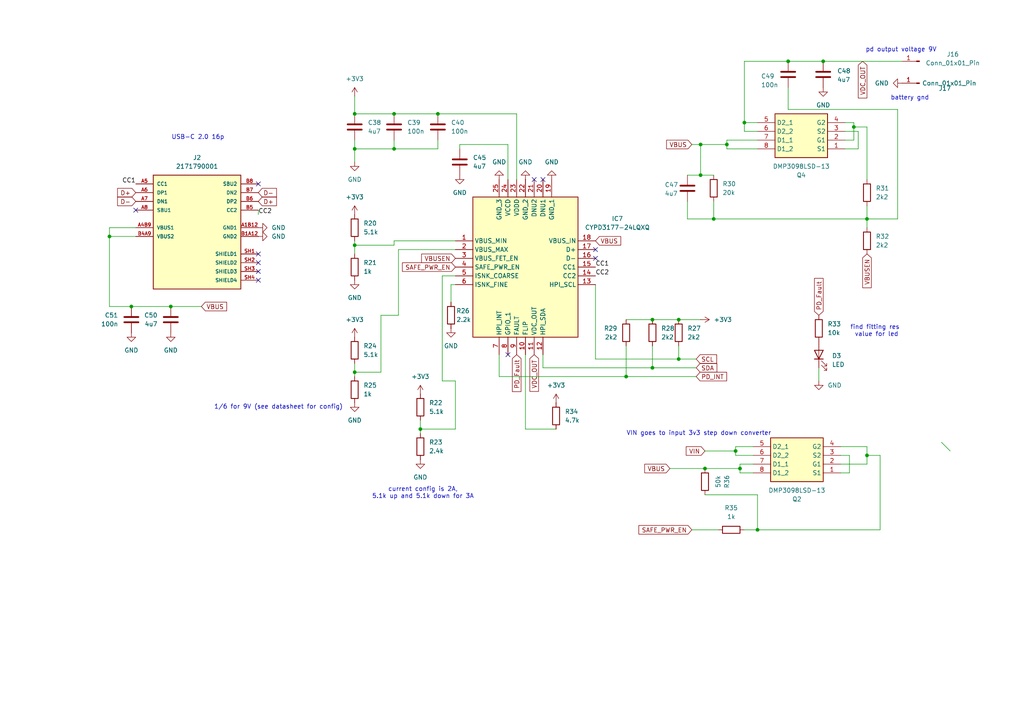
<source format=kicad_sch>
(kicad_sch
	(version 20250114)
	(generator "eeschema")
	(generator_version "9.0")
	(uuid "6f84e2e1-d07e-42ae-9e21-aefd407493cb")
	(paper "A4")
	(title_block
		(title "AI Deputy")
		(date "2025-10-29")
		(rev "v0.1")
		(company "Area 42 & Albers-Online Psykologi")
		(comment 1 "SDU")
		(comment 2 "Expert In Teams Semester Project")
	)
	(lib_symbols
		(symbol "CYPD3177-24LQXQ:CYPD3177-24LQXQ"
			(exclude_from_sim no)
			(in_bom yes)
			(on_board yes)
			(property "Reference" "IC"
				(at 36.83 17.78 0)
				(effects
					(font
						(size 1.27 1.27)
					)
					(justify left top)
				)
			)
			(property "Value" "CYPD3177-24LQXQ"
				(at 36.83 15.24 0)
				(effects
					(font
						(size 1.27 1.27)
					)
					(justify left top)
				)
			)
			(property "Footprint" "QFN50P400X400X60-25N-D"
				(at 36.83 -84.76 0)
				(effects
					(font
						(size 1.27 1.27)
					)
					(justify left top)
					(hide yes)
				)
			)
			(property "Datasheet" ""
				(at 36.83 -184.76 0)
				(effects
					(font
						(size 1.27 1.27)
					)
					(justify left top)
					(hide yes)
				)
			)
			(property "Description" "USB Interface IC USB Type-C port controller CYPD3177"
				(at 0 0 0)
				(effects
					(font
						(size 1.27 1.27)
					)
					(hide yes)
				)
			)
			(property "Height" "0.6"
				(at 36.83 -384.76 0)
				(effects
					(font
						(size 1.27 1.27)
					)
					(justify left top)
					(hide yes)
				)
			)
			(property "Mouser Part Number" "727-CYPD3177-24LQXQ"
				(at 36.83 -484.76 0)
				(effects
					(font
						(size 1.27 1.27)
					)
					(justify left top)
					(hide yes)
				)
			)
			(property "Mouser Price/Stock" "https://www.mouser.co.uk/ProductDetail/Infineon-Technologies/CYPD3177-24LQXQ?qs=PzGy0jfpSMvR3aDH5AdWfA%3D%3D"
				(at 36.83 -584.76 0)
				(effects
					(font
						(size 1.27 1.27)
					)
					(justify left top)
					(hide yes)
				)
			)
			(property "Manufacturer_Name" "Infineon"
				(at 36.83 -684.76 0)
				(effects
					(font
						(size 1.27 1.27)
					)
					(justify left top)
					(hide yes)
				)
			)
			(property "Manufacturer_Part_Number" "CYPD3177-24LQXQ"
				(at 36.83 -784.76 0)
				(effects
					(font
						(size 1.27 1.27)
					)
					(justify left top)
					(hide yes)
				)
			)
			(symbol "CYPD3177-24LQXQ_1_1"
				(rectangle
					(start 5.08 12.7)
					(end 35.56 -27.94)
					(stroke
						(width 0.254)
						(type default)
					)
					(fill
						(type background)
					)
				)
				(pin passive line
					(at 0 0 0)
					(length 5.08)
					(name "VBUS_MIN"
						(effects
							(font
								(size 1.27 1.27)
							)
						)
					)
					(number "1"
						(effects
							(font
								(size 1.27 1.27)
							)
						)
					)
				)
				(pin passive line
					(at 0 -2.54 0)
					(length 5.08)
					(name "VBUS_MAX"
						(effects
							(font
								(size 1.27 1.27)
							)
						)
					)
					(number "2"
						(effects
							(font
								(size 1.27 1.27)
							)
						)
					)
				)
				(pin passive line
					(at 0 -5.08 0)
					(length 5.08)
					(name "VBUS_FET_EN"
						(effects
							(font
								(size 1.27 1.27)
							)
						)
					)
					(number "3"
						(effects
							(font
								(size 1.27 1.27)
							)
						)
					)
				)
				(pin passive line
					(at 0 -7.62 0)
					(length 5.08)
					(name "SAFE_PWR_EN"
						(effects
							(font
								(size 1.27 1.27)
							)
						)
					)
					(number "4"
						(effects
							(font
								(size 1.27 1.27)
							)
						)
					)
				)
				(pin passive line
					(at 0 -10.16 0)
					(length 5.08)
					(name "ISNK_COARSE"
						(effects
							(font
								(size 1.27 1.27)
							)
						)
					)
					(number "5"
						(effects
							(font
								(size 1.27 1.27)
							)
						)
					)
				)
				(pin passive line
					(at 0 -12.7 0)
					(length 5.08)
					(name "ISNK_FINE"
						(effects
							(font
								(size 1.27 1.27)
							)
						)
					)
					(number "6"
						(effects
							(font
								(size 1.27 1.27)
							)
						)
					)
				)
				(pin passive line
					(at 12.7 17.78 270)
					(length 5.08)
					(name "GND_3"
						(effects
							(font
								(size 1.27 1.27)
							)
						)
					)
					(number "25"
						(effects
							(font
								(size 1.27 1.27)
							)
						)
					)
				)
				(pin passive line
					(at 12.7 -33.02 90)
					(length 5.08)
					(name "HPI_INT"
						(effects
							(font
								(size 1.27 1.27)
							)
						)
					)
					(number "7"
						(effects
							(font
								(size 1.27 1.27)
							)
						)
					)
				)
				(pin passive line
					(at 15.24 17.78 270)
					(length 5.08)
					(name "VCCD"
						(effects
							(font
								(size 1.27 1.27)
							)
						)
					)
					(number "24"
						(effects
							(font
								(size 1.27 1.27)
							)
						)
					)
				)
				(pin passive line
					(at 15.24 -33.02 90)
					(length 5.08)
					(name "GPIO_1"
						(effects
							(font
								(size 1.27 1.27)
							)
						)
					)
					(number "8"
						(effects
							(font
								(size 1.27 1.27)
							)
						)
					)
				)
				(pin passive line
					(at 17.78 17.78 270)
					(length 5.08)
					(name "VDDD"
						(effects
							(font
								(size 1.27 1.27)
							)
						)
					)
					(number "23"
						(effects
							(font
								(size 1.27 1.27)
							)
						)
					)
				)
				(pin passive line
					(at 17.78 -33.02 90)
					(length 5.08)
					(name "FAULT"
						(effects
							(font
								(size 1.27 1.27)
							)
						)
					)
					(number "9"
						(effects
							(font
								(size 1.27 1.27)
							)
						)
					)
				)
				(pin passive line
					(at 20.32 17.78 270)
					(length 5.08)
					(name "GND_2"
						(effects
							(font
								(size 1.27 1.27)
							)
						)
					)
					(number "22"
						(effects
							(font
								(size 1.27 1.27)
							)
						)
					)
				)
				(pin passive line
					(at 20.32 -33.02 90)
					(length 5.08)
					(name "FLIP"
						(effects
							(font
								(size 1.27 1.27)
							)
						)
					)
					(number "10"
						(effects
							(font
								(size 1.27 1.27)
							)
						)
					)
				)
				(pin passive line
					(at 22.86 17.78 270)
					(length 5.08)
					(name "DNU2"
						(effects
							(font
								(size 1.27 1.27)
							)
						)
					)
					(number "21"
						(effects
							(font
								(size 1.27 1.27)
							)
						)
					)
				)
				(pin passive line
					(at 22.86 -33.02 90)
					(length 5.08)
					(name "VDC_OUT"
						(effects
							(font
								(size 1.27 1.27)
							)
						)
					)
					(number "11"
						(effects
							(font
								(size 1.27 1.27)
							)
						)
					)
				)
				(pin passive line
					(at 25.4 17.78 270)
					(length 5.08)
					(name "DNU1"
						(effects
							(font
								(size 1.27 1.27)
							)
						)
					)
					(number "20"
						(effects
							(font
								(size 1.27 1.27)
							)
						)
					)
				)
				(pin passive line
					(at 25.4 -33.02 90)
					(length 5.08)
					(name "HPI_SDA"
						(effects
							(font
								(size 1.27 1.27)
							)
						)
					)
					(number "12"
						(effects
							(font
								(size 1.27 1.27)
							)
						)
					)
				)
				(pin passive line
					(at 27.94 17.78 270)
					(length 5.08)
					(name "GND_1"
						(effects
							(font
								(size 1.27 1.27)
							)
						)
					)
					(number "19"
						(effects
							(font
								(size 1.27 1.27)
							)
						)
					)
				)
				(pin passive line
					(at 40.64 0 180)
					(length 5.08)
					(name "VBUS_IN"
						(effects
							(font
								(size 1.27 1.27)
							)
						)
					)
					(number "18"
						(effects
							(font
								(size 1.27 1.27)
							)
						)
					)
				)
				(pin passive line
					(at 40.64 -2.54 180)
					(length 5.08)
					(name "D+"
						(effects
							(font
								(size 1.27 1.27)
							)
						)
					)
					(number "17"
						(effects
							(font
								(size 1.27 1.27)
							)
						)
					)
				)
				(pin passive line
					(at 40.64 -5.08 180)
					(length 5.08)
					(name "D-"
						(effects
							(font
								(size 1.27 1.27)
							)
						)
					)
					(number "16"
						(effects
							(font
								(size 1.27 1.27)
							)
						)
					)
				)
				(pin passive line
					(at 40.64 -7.62 180)
					(length 5.08)
					(name "CC1"
						(effects
							(font
								(size 1.27 1.27)
							)
						)
					)
					(number "15"
						(effects
							(font
								(size 1.27 1.27)
							)
						)
					)
				)
				(pin passive line
					(at 40.64 -10.16 180)
					(length 5.08)
					(name "CC2"
						(effects
							(font
								(size 1.27 1.27)
							)
						)
					)
					(number "14"
						(effects
							(font
								(size 1.27 1.27)
							)
						)
					)
				)
				(pin passive line
					(at 40.64 -12.7 180)
					(length 5.08)
					(name "HPI_SCL"
						(effects
							(font
								(size 1.27 1.27)
							)
						)
					)
					(number "13"
						(effects
							(font
								(size 1.27 1.27)
							)
						)
					)
				)
			)
			(embedded_fonts no)
		)
		(symbol "Connector:Conn_01x01_Pin"
			(pin_names
				(offset 1.016)
				(hide yes)
			)
			(exclude_from_sim no)
			(in_bom yes)
			(on_board yes)
			(property "Reference" "J"
				(at 0 2.54 0)
				(effects
					(font
						(size 1.27 1.27)
					)
				)
			)
			(property "Value" "Conn_01x01_Pin"
				(at 0 -2.54 0)
				(effects
					(font
						(size 1.27 1.27)
					)
				)
			)
			(property "Footprint" ""
				(at 0 0 0)
				(effects
					(font
						(size 1.27 1.27)
					)
					(hide yes)
				)
			)
			(property "Datasheet" "~"
				(at 0 0 0)
				(effects
					(font
						(size 1.27 1.27)
					)
					(hide yes)
				)
			)
			(property "Description" "Generic connector, single row, 01x01, script generated"
				(at 0 0 0)
				(effects
					(font
						(size 1.27 1.27)
					)
					(hide yes)
				)
			)
			(property "ki_locked" ""
				(at 0 0 0)
				(effects
					(font
						(size 1.27 1.27)
					)
				)
			)
			(property "ki_keywords" "connector"
				(at 0 0 0)
				(effects
					(font
						(size 1.27 1.27)
					)
					(hide yes)
				)
			)
			(property "ki_fp_filters" "Connector*:*_1x??_*"
				(at 0 0 0)
				(effects
					(font
						(size 1.27 1.27)
					)
					(hide yes)
				)
			)
			(symbol "Conn_01x01_Pin_1_1"
				(rectangle
					(start 0.8636 0.127)
					(end 0 -0.127)
					(stroke
						(width 0.1524)
						(type default)
					)
					(fill
						(type outline)
					)
				)
				(polyline
					(pts
						(xy 1.27 0) (xy 0.8636 0)
					)
					(stroke
						(width 0.1524)
						(type default)
					)
					(fill
						(type none)
					)
				)
				(pin passive line
					(at 5.08 0 180)
					(length 3.81)
					(name "Pin_1"
						(effects
							(font
								(size 1.27 1.27)
							)
						)
					)
					(number "1"
						(effects
							(font
								(size 1.27 1.27)
							)
						)
					)
				)
			)
			(embedded_fonts no)
		)
		(symbol "DMP3098LSD:DMP3098LSD-13"
			(exclude_from_sim no)
			(in_bom yes)
			(on_board yes)
			(property "Reference" "Q"
				(at 21.59 7.62 0)
				(effects
					(font
						(size 1.27 1.27)
					)
					(justify left top)
				)
			)
			(property "Value" "DMP3098LSD-13"
				(at 21.59 5.08 0)
				(effects
					(font
						(size 1.27 1.27)
					)
					(justify left top)
				)
			)
			(property "Footprint" "SOIC127P600X175-8N"
				(at 21.59 -94.92 0)
				(effects
					(font
						(size 1.27 1.27)
					)
					(justify left top)
					(hide yes)
				)
			)
			(property "Datasheet" "https://www.diodes.com//assets/Datasheets/ds31448.pdf"
				(at 21.59 -194.92 0)
				(effects
					(font
						(size 1.27 1.27)
					)
					(justify left top)
					(hide yes)
				)
			)
			(property "Description" "MOSFET PMOS-DUAL"
				(at 0 0 0)
				(effects
					(font
						(size 1.27 1.27)
					)
					(hide yes)
				)
			)
			(property "Height" "1.75"
				(at 21.59 -394.92 0)
				(effects
					(font
						(size 1.27 1.27)
					)
					(justify left top)
					(hide yes)
				)
			)
			(property "Mouser Part Number" "621-DMP3098LSD-13"
				(at 21.59 -494.92 0)
				(effects
					(font
						(size 1.27 1.27)
					)
					(justify left top)
					(hide yes)
				)
			)
			(property "Mouser Price/Stock" "https://www.mouser.co.uk/ProductDetail/Diodes-Incorporated/DMP3098LSD-13?qs=oUsD4qhOtFxafARAi3NzqQ%3D%3D"
				(at 21.59 -594.92 0)
				(effects
					(font
						(size 1.27 1.27)
					)
					(justify left top)
					(hide yes)
				)
			)
			(property "Manufacturer_Name" "Diodes Incorporated"
				(at 21.59 -694.92 0)
				(effects
					(font
						(size 1.27 1.27)
					)
					(justify left top)
					(hide yes)
				)
			)
			(property "Manufacturer_Part_Number" "DMP3098LSD-13"
				(at 21.59 -794.92 0)
				(effects
					(font
						(size 1.27 1.27)
					)
					(justify left top)
					(hide yes)
				)
			)
			(symbol "DMP3098LSD-13_1_1"
				(rectangle
					(start 5.08 2.54)
					(end 20.32 -10.16)
					(stroke
						(width 0.254)
						(type default)
					)
					(fill
						(type background)
					)
				)
				(pin passive line
					(at 0 0 0)
					(length 5.08)
					(name "S1"
						(effects
							(font
								(size 1.27 1.27)
							)
						)
					)
					(number "1"
						(effects
							(font
								(size 1.27 1.27)
							)
						)
					)
				)
				(pin passive line
					(at 0 -2.54 0)
					(length 5.08)
					(name "G1"
						(effects
							(font
								(size 1.27 1.27)
							)
						)
					)
					(number "2"
						(effects
							(font
								(size 1.27 1.27)
							)
						)
					)
				)
				(pin passive line
					(at 0 -5.08 0)
					(length 5.08)
					(name "S2"
						(effects
							(font
								(size 1.27 1.27)
							)
						)
					)
					(number "3"
						(effects
							(font
								(size 1.27 1.27)
							)
						)
					)
				)
				(pin passive line
					(at 0 -7.62 0)
					(length 5.08)
					(name "G2"
						(effects
							(font
								(size 1.27 1.27)
							)
						)
					)
					(number "4"
						(effects
							(font
								(size 1.27 1.27)
							)
						)
					)
				)
				(pin passive line
					(at 25.4 0 180)
					(length 5.08)
					(name "D1_2"
						(effects
							(font
								(size 1.27 1.27)
							)
						)
					)
					(number "8"
						(effects
							(font
								(size 1.27 1.27)
							)
						)
					)
				)
				(pin passive line
					(at 25.4 -2.54 180)
					(length 5.08)
					(name "D1_1"
						(effects
							(font
								(size 1.27 1.27)
							)
						)
					)
					(number "7"
						(effects
							(font
								(size 1.27 1.27)
							)
						)
					)
				)
				(pin passive line
					(at 25.4 -5.08 180)
					(length 5.08)
					(name "D2_2"
						(effects
							(font
								(size 1.27 1.27)
							)
						)
					)
					(number "6"
						(effects
							(font
								(size 1.27 1.27)
							)
						)
					)
				)
				(pin passive line
					(at 25.4 -7.62 180)
					(length 5.08)
					(name "D2_1"
						(effects
							(font
								(size 1.27 1.27)
							)
						)
					)
					(number "5"
						(effects
							(font
								(size 1.27 1.27)
							)
						)
					)
				)
			)
			(embedded_fonts no)
		)
		(symbol "Device:C"
			(pin_numbers
				(hide yes)
			)
			(pin_names
				(offset 0.254)
			)
			(exclude_from_sim no)
			(in_bom yes)
			(on_board yes)
			(property "Reference" "C"
				(at 0.635 2.54 0)
				(effects
					(font
						(size 1.27 1.27)
					)
					(justify left)
				)
			)
			(property "Value" "C"
				(at 0.635 -2.54 0)
				(effects
					(font
						(size 1.27 1.27)
					)
					(justify left)
				)
			)
			(property "Footprint" ""
				(at 0.9652 -3.81 0)
				(effects
					(font
						(size 1.27 1.27)
					)
					(hide yes)
				)
			)
			(property "Datasheet" "~"
				(at 0 0 0)
				(effects
					(font
						(size 1.27 1.27)
					)
					(hide yes)
				)
			)
			(property "Description" "Unpolarized capacitor"
				(at 0 0 0)
				(effects
					(font
						(size 1.27 1.27)
					)
					(hide yes)
				)
			)
			(property "ki_keywords" "cap capacitor"
				(at 0 0 0)
				(effects
					(font
						(size 1.27 1.27)
					)
					(hide yes)
				)
			)
			(property "ki_fp_filters" "C_*"
				(at 0 0 0)
				(effects
					(font
						(size 1.27 1.27)
					)
					(hide yes)
				)
			)
			(symbol "C_0_1"
				(polyline
					(pts
						(xy -2.032 0.762) (xy 2.032 0.762)
					)
					(stroke
						(width 0.508)
						(type default)
					)
					(fill
						(type none)
					)
				)
				(polyline
					(pts
						(xy -2.032 -0.762) (xy 2.032 -0.762)
					)
					(stroke
						(width 0.508)
						(type default)
					)
					(fill
						(type none)
					)
				)
			)
			(symbol "C_1_1"
				(pin passive line
					(at 0 3.81 270)
					(length 2.794)
					(name "~"
						(effects
							(font
								(size 1.27 1.27)
							)
						)
					)
					(number "1"
						(effects
							(font
								(size 1.27 1.27)
							)
						)
					)
				)
				(pin passive line
					(at 0 -3.81 90)
					(length 2.794)
					(name "~"
						(effects
							(font
								(size 1.27 1.27)
							)
						)
					)
					(number "2"
						(effects
							(font
								(size 1.27 1.27)
							)
						)
					)
				)
			)
			(embedded_fonts no)
		)
		(symbol "Device:LED"
			(pin_numbers
				(hide yes)
			)
			(pin_names
				(offset 1.016)
				(hide yes)
			)
			(exclude_from_sim no)
			(in_bom yes)
			(on_board yes)
			(property "Reference" "D"
				(at 0 2.54 0)
				(effects
					(font
						(size 1.27 1.27)
					)
				)
			)
			(property "Value" "LED"
				(at 0 -2.54 0)
				(effects
					(font
						(size 1.27 1.27)
					)
				)
			)
			(property "Footprint" ""
				(at 0 0 0)
				(effects
					(font
						(size 1.27 1.27)
					)
					(hide yes)
				)
			)
			(property "Datasheet" "~"
				(at 0 0 0)
				(effects
					(font
						(size 1.27 1.27)
					)
					(hide yes)
				)
			)
			(property "Description" "Light emitting diode"
				(at 0 0 0)
				(effects
					(font
						(size 1.27 1.27)
					)
					(hide yes)
				)
			)
			(property "Sim.Pins" "1=K 2=A"
				(at 0 0 0)
				(effects
					(font
						(size 1.27 1.27)
					)
					(hide yes)
				)
			)
			(property "ki_keywords" "LED diode"
				(at 0 0 0)
				(effects
					(font
						(size 1.27 1.27)
					)
					(hide yes)
				)
			)
			(property "ki_fp_filters" "LED* LED_SMD:* LED_THT:*"
				(at 0 0 0)
				(effects
					(font
						(size 1.27 1.27)
					)
					(hide yes)
				)
			)
			(symbol "LED_0_1"
				(polyline
					(pts
						(xy -3.048 -0.762) (xy -4.572 -2.286) (xy -3.81 -2.286) (xy -4.572 -2.286) (xy -4.572 -1.524)
					)
					(stroke
						(width 0)
						(type default)
					)
					(fill
						(type none)
					)
				)
				(polyline
					(pts
						(xy -1.778 -0.762) (xy -3.302 -2.286) (xy -2.54 -2.286) (xy -3.302 -2.286) (xy -3.302 -1.524)
					)
					(stroke
						(width 0)
						(type default)
					)
					(fill
						(type none)
					)
				)
				(polyline
					(pts
						(xy -1.27 0) (xy 1.27 0)
					)
					(stroke
						(width 0)
						(type default)
					)
					(fill
						(type none)
					)
				)
				(polyline
					(pts
						(xy -1.27 -1.27) (xy -1.27 1.27)
					)
					(stroke
						(width 0.254)
						(type default)
					)
					(fill
						(type none)
					)
				)
				(polyline
					(pts
						(xy 1.27 -1.27) (xy 1.27 1.27) (xy -1.27 0) (xy 1.27 -1.27)
					)
					(stroke
						(width 0.254)
						(type default)
					)
					(fill
						(type none)
					)
				)
			)
			(symbol "LED_1_1"
				(pin passive line
					(at -3.81 0 0)
					(length 2.54)
					(name "K"
						(effects
							(font
								(size 1.27 1.27)
							)
						)
					)
					(number "1"
						(effects
							(font
								(size 1.27 1.27)
							)
						)
					)
				)
				(pin passive line
					(at 3.81 0 180)
					(length 2.54)
					(name "A"
						(effects
							(font
								(size 1.27 1.27)
							)
						)
					)
					(number "2"
						(effects
							(font
								(size 1.27 1.27)
							)
						)
					)
				)
			)
			(embedded_fonts no)
		)
		(symbol "Device:R"
			(pin_numbers
				(hide yes)
			)
			(pin_names
				(offset 0)
			)
			(exclude_from_sim no)
			(in_bom yes)
			(on_board yes)
			(property "Reference" "R"
				(at 2.032 0 90)
				(effects
					(font
						(size 1.27 1.27)
					)
				)
			)
			(property "Value" "R"
				(at 0 0 90)
				(effects
					(font
						(size 1.27 1.27)
					)
				)
			)
			(property "Footprint" ""
				(at -1.778 0 90)
				(effects
					(font
						(size 1.27 1.27)
					)
					(hide yes)
				)
			)
			(property "Datasheet" "~"
				(at 0 0 0)
				(effects
					(font
						(size 1.27 1.27)
					)
					(hide yes)
				)
			)
			(property "Description" "Resistor"
				(at 0 0 0)
				(effects
					(font
						(size 1.27 1.27)
					)
					(hide yes)
				)
			)
			(property "ki_keywords" "R res resistor"
				(at 0 0 0)
				(effects
					(font
						(size 1.27 1.27)
					)
					(hide yes)
				)
			)
			(property "ki_fp_filters" "R_*"
				(at 0 0 0)
				(effects
					(font
						(size 1.27 1.27)
					)
					(hide yes)
				)
			)
			(symbol "R_0_1"
				(rectangle
					(start -1.016 -2.54)
					(end 1.016 2.54)
					(stroke
						(width 0.254)
						(type default)
					)
					(fill
						(type none)
					)
				)
			)
			(symbol "R_1_1"
				(pin passive line
					(at 0 3.81 270)
					(length 1.27)
					(name "~"
						(effects
							(font
								(size 1.27 1.27)
							)
						)
					)
					(number "1"
						(effects
							(font
								(size 1.27 1.27)
							)
						)
					)
				)
				(pin passive line
					(at 0 -3.81 90)
					(length 1.27)
					(name "~"
						(effects
							(font
								(size 1.27 1.27)
							)
						)
					)
					(number "2"
						(effects
							(font
								(size 1.27 1.27)
							)
						)
					)
				)
			)
			(embedded_fonts no)
		)
		(symbol "USBC-2.0-16p-molex-217179:2171790001"
			(pin_names
				(offset 1.016)
			)
			(exclude_from_sim no)
			(in_bom yes)
			(on_board yes)
			(property "Reference" "J"
				(at -12.7 16.002 0)
				(effects
					(font
						(size 1.27 1.27)
					)
					(justify left bottom)
				)
			)
			(property "Value" "2171790001"
				(at -12.7 -18.542 0)
				(effects
					(font
						(size 1.27 1.27)
					)
					(justify left top)
				)
			)
			(property "Footprint" "2171790001:MOLEX_2171790001"
				(at 0 0 0)
				(effects
					(font
						(size 1.27 1.27)
					)
					(justify bottom)
					(hide yes)
				)
			)
			(property "Datasheet" ""
				(at 0 0 0)
				(effects
					(font
						(size 1.27 1.27)
					)
					(hide yes)
				)
			)
			(property "Description" ""
				(at 0 0 0)
				(effects
					(font
						(size 1.27 1.27)
					)
					(hide yes)
				)
			)
			(property "MF" "Molex"
				(at 0 0 0)
				(effects
					(font
						(size 1.27 1.27)
					)
					(justify bottom)
					(hide yes)
				)
			)
			(property "MAXIMUM_PACKAGE_HEIGHT" "3.16 mm"
				(at 0 0 0)
				(effects
					(font
						(size 1.27 1.27)
					)
					(justify bottom)
					(hide yes)
				)
			)
			(property "Package" "None"
				(at 0 0 0)
				(effects
					(font
						(size 1.27 1.27)
					)
					(justify bottom)
					(hide yes)
				)
			)
			(property "Price" "None"
				(at 0 0 0)
				(effects
					(font
						(size 1.27 1.27)
					)
					(justify bottom)
					(hide yes)
				)
			)
			(property "Check_prices" "https://www.snapeda.com/parts/217179-0001/Molex/view-part/?ref=eda"
				(at 0 0 0)
				(effects
					(font
						(size 1.27 1.27)
					)
					(justify bottom)
					(hide yes)
				)
			)
			(property "STANDARD" "Manufacturer Recommendations"
				(at 0 0 0)
				(effects
					(font
						(size 1.27 1.27)
					)
					(justify bottom)
					(hide yes)
				)
			)
			(property "PARTREV" "A1"
				(at 0 0 0)
				(effects
					(font
						(size 1.27 1.27)
					)
					(justify bottom)
					(hide yes)
				)
			)
			(property "SnapEDA_Link" "https://www.snapeda.com/parts/217179-0001/Molex/view-part/?ref=snap"
				(at 0 0 0)
				(effects
					(font
						(size 1.27 1.27)
					)
					(justify bottom)
					(hide yes)
				)
			)
			(property "MP" "217179-0001"
				(at 0 0 0)
				(effects
					(font
						(size 1.27 1.27)
					)
					(justify bottom)
					(hide yes)
				)
			)
			(property "Description_1" "USB-C (USB TYPE-C) USB 2.0 Receptacle Connector 24 (16+8 Dummy) Position Surface Mount, Right Angle; Through Hole"
				(at 0 0 0)
				(effects
					(font
						(size 1.27 1.27)
					)
					(justify bottom)
					(hide yes)
				)
			)
			(property "Availability" "In Stock"
				(at 0 0 0)
				(effects
					(font
						(size 1.27 1.27)
					)
					(justify bottom)
					(hide yes)
				)
			)
			(property "MANUFACTURER" "Molex"
				(at 0 0 0)
				(effects
					(font
						(size 1.27 1.27)
					)
					(justify bottom)
					(hide yes)
				)
			)
			(symbol "2171790001_0_0"
				(rectangle
					(start -12.7 -17.78)
					(end 12.7 15.24)
					(stroke
						(width 0.254)
						(type default)
					)
					(fill
						(type background)
					)
				)
				(pin bidirectional line
					(at -17.78 12.7 0)
					(length 5.08)
					(name "CC1"
						(effects
							(font
								(size 1.016 1.016)
							)
						)
					)
					(number "A5"
						(effects
							(font
								(size 1.016 1.016)
							)
						)
					)
				)
				(pin bidirectional line
					(at -17.78 10.16 0)
					(length 5.08)
					(name "DP1"
						(effects
							(font
								(size 1.016 1.016)
							)
						)
					)
					(number "A6"
						(effects
							(font
								(size 1.016 1.016)
							)
						)
					)
				)
				(pin bidirectional line
					(at -17.78 7.62 0)
					(length 5.08)
					(name "DN1"
						(effects
							(font
								(size 1.016 1.016)
							)
						)
					)
					(number "A7"
						(effects
							(font
								(size 1.016 1.016)
							)
						)
					)
				)
				(pin bidirectional line
					(at -17.78 5.08 0)
					(length 5.08)
					(name "SBU1"
						(effects
							(font
								(size 1.016 1.016)
							)
						)
					)
					(number "A8"
						(effects
							(font
								(size 1.016 1.016)
							)
						)
					)
				)
				(pin power_in line
					(at -17.78 0 0)
					(length 5.08)
					(name "VBUS1"
						(effects
							(font
								(size 1.016 1.016)
							)
						)
					)
					(number "A4B9"
						(effects
							(font
								(size 1.016 1.016)
							)
						)
					)
				)
				(pin power_in line
					(at -17.78 -2.54 0)
					(length 5.08)
					(name "VBUS2"
						(effects
							(font
								(size 1.016 1.016)
							)
						)
					)
					(number "B4A9"
						(effects
							(font
								(size 1.016 1.016)
							)
						)
					)
				)
				(pin bidirectional line
					(at 17.78 12.7 180)
					(length 5.08)
					(name "SBU2"
						(effects
							(font
								(size 1.016 1.016)
							)
						)
					)
					(number "B8"
						(effects
							(font
								(size 1.016 1.016)
							)
						)
					)
				)
				(pin bidirectional line
					(at 17.78 10.16 180)
					(length 5.08)
					(name "DN2"
						(effects
							(font
								(size 1.016 1.016)
							)
						)
					)
					(number "B7"
						(effects
							(font
								(size 1.016 1.016)
							)
						)
					)
				)
				(pin bidirectional line
					(at 17.78 7.62 180)
					(length 5.08)
					(name "DP2"
						(effects
							(font
								(size 1.016 1.016)
							)
						)
					)
					(number "B6"
						(effects
							(font
								(size 1.016 1.016)
							)
						)
					)
				)
				(pin bidirectional line
					(at 17.78 5.08 180)
					(length 5.08)
					(name "CC2"
						(effects
							(font
								(size 1.016 1.016)
							)
						)
					)
					(number "B5"
						(effects
							(font
								(size 1.016 1.016)
							)
						)
					)
				)
				(pin power_in line
					(at 17.78 0 180)
					(length 5.08)
					(name "GND1"
						(effects
							(font
								(size 1.016 1.016)
							)
						)
					)
					(number "A1B12"
						(effects
							(font
								(size 1.016 1.016)
							)
						)
					)
				)
				(pin power_in line
					(at 17.78 -2.54 180)
					(length 5.08)
					(name "GND2"
						(effects
							(font
								(size 1.016 1.016)
							)
						)
					)
					(number "B1A12"
						(effects
							(font
								(size 1.016 1.016)
							)
						)
					)
				)
				(pin passive line
					(at 17.78 -7.62 180)
					(length 5.08)
					(name "SHIELD1"
						(effects
							(font
								(size 1.016 1.016)
							)
						)
					)
					(number "SH1"
						(effects
							(font
								(size 1.016 1.016)
							)
						)
					)
				)
				(pin passive line
					(at 17.78 -10.16 180)
					(length 5.08)
					(name "SHIELD2"
						(effects
							(font
								(size 1.016 1.016)
							)
						)
					)
					(number "SH2"
						(effects
							(font
								(size 1.016 1.016)
							)
						)
					)
				)
				(pin passive line
					(at 17.78 -12.7 180)
					(length 5.08)
					(name "SHIELD3"
						(effects
							(font
								(size 1.016 1.016)
							)
						)
					)
					(number "SH3"
						(effects
							(font
								(size 1.016 1.016)
							)
						)
					)
				)
				(pin passive line
					(at 17.78 -15.24 180)
					(length 5.08)
					(name "SHIELD4"
						(effects
							(font
								(size 1.016 1.016)
							)
						)
					)
					(number "SH4"
						(effects
							(font
								(size 1.016 1.016)
							)
						)
					)
				)
			)
			(embedded_fonts no)
		)
		(symbol "power:+3V3"
			(power)
			(pin_numbers
				(hide yes)
			)
			(pin_names
				(offset 0)
				(hide yes)
			)
			(exclude_from_sim no)
			(in_bom yes)
			(on_board yes)
			(property "Reference" "#PWR"
				(at 0 -3.81 0)
				(effects
					(font
						(size 1.27 1.27)
					)
					(hide yes)
				)
			)
			(property "Value" "+3V3"
				(at 0 3.556 0)
				(effects
					(font
						(size 1.27 1.27)
					)
				)
			)
			(property "Footprint" ""
				(at 0 0 0)
				(effects
					(font
						(size 1.27 1.27)
					)
					(hide yes)
				)
			)
			(property "Datasheet" ""
				(at 0 0 0)
				(effects
					(font
						(size 1.27 1.27)
					)
					(hide yes)
				)
			)
			(property "Description" "Power symbol creates a global label with name \"+3V3\""
				(at 0 0 0)
				(effects
					(font
						(size 1.27 1.27)
					)
					(hide yes)
				)
			)
			(property "ki_keywords" "global power"
				(at 0 0 0)
				(effects
					(font
						(size 1.27 1.27)
					)
					(hide yes)
				)
			)
			(symbol "+3V3_0_1"
				(polyline
					(pts
						(xy -0.762 1.27) (xy 0 2.54)
					)
					(stroke
						(width 0)
						(type default)
					)
					(fill
						(type none)
					)
				)
				(polyline
					(pts
						(xy 0 2.54) (xy 0.762 1.27)
					)
					(stroke
						(width 0)
						(type default)
					)
					(fill
						(type none)
					)
				)
				(polyline
					(pts
						(xy 0 0) (xy 0 2.54)
					)
					(stroke
						(width 0)
						(type default)
					)
					(fill
						(type none)
					)
				)
			)
			(symbol "+3V3_1_1"
				(pin power_in line
					(at 0 0 90)
					(length 0)
					(name "~"
						(effects
							(font
								(size 1.27 1.27)
							)
						)
					)
					(number "1"
						(effects
							(font
								(size 1.27 1.27)
							)
						)
					)
				)
			)
			(embedded_fonts no)
		)
		(symbol "power:GND"
			(power)
			(pin_numbers
				(hide yes)
			)
			(pin_names
				(offset 0)
				(hide yes)
			)
			(exclude_from_sim no)
			(in_bom yes)
			(on_board yes)
			(property "Reference" "#PWR"
				(at 0 -6.35 0)
				(effects
					(font
						(size 1.27 1.27)
					)
					(hide yes)
				)
			)
			(property "Value" "GND"
				(at 0 -3.81 0)
				(effects
					(font
						(size 1.27 1.27)
					)
				)
			)
			(property "Footprint" ""
				(at 0 0 0)
				(effects
					(font
						(size 1.27 1.27)
					)
					(hide yes)
				)
			)
			(property "Datasheet" ""
				(at 0 0 0)
				(effects
					(font
						(size 1.27 1.27)
					)
					(hide yes)
				)
			)
			(property "Description" "Power symbol creates a global label with name \"GND\" , ground"
				(at 0 0 0)
				(effects
					(font
						(size 1.27 1.27)
					)
					(hide yes)
				)
			)
			(property "ki_keywords" "global power"
				(at 0 0 0)
				(effects
					(font
						(size 1.27 1.27)
					)
					(hide yes)
				)
			)
			(symbol "GND_0_1"
				(polyline
					(pts
						(xy 0 0) (xy 0 -1.27) (xy 1.27 -1.27) (xy 0 -2.54) (xy -1.27 -1.27) (xy 0 -1.27)
					)
					(stroke
						(width 0)
						(type default)
					)
					(fill
						(type none)
					)
				)
			)
			(symbol "GND_1_1"
				(pin power_in line
					(at 0 0 270)
					(length 0)
					(name "~"
						(effects
							(font
								(size 1.27 1.27)
							)
						)
					)
					(number "1"
						(effects
							(font
								(size 1.27 1.27)
							)
						)
					)
				)
			)
			(embedded_fonts no)
		)
	)
	(text "find fitting res \nvalue for led\n"
		(exclude_from_sim no)
		(at 254.254 96.012 0)
		(effects
			(font
				(size 1.27 1.27)
			)
		)
		(uuid "07504dce-b9b6-4ed8-8a85-3876fc79a202")
	)
	(text "current config is 2A,\n5.1k up and 5.1k down for 3A\n"
		(exclude_from_sim no)
		(at 122.682 143.002 0)
		(effects
			(font
				(size 1.27 1.27)
			)
		)
		(uuid "1937d669-e53f-4a07-9714-a85cab952a8c")
	)
	(text "USB-C 2.0 16p\n"
		(exclude_from_sim no)
		(at 57.404 39.878 0)
		(effects
			(font
				(size 1.27 1.27)
			)
		)
		(uuid "685fe944-aa9b-47c8-b87f-efebe78a2226")
	)
	(text "VIN goes to input 3v3 step down converter"
		(exclude_from_sim no)
		(at 202.692 125.73 0)
		(effects
			(font
				(size 1.27 1.27)
			)
		)
		(uuid "6a0428de-8c24-40aa-ab1a-ac4f1d5ae4ac")
	)
	(text "battery gnd\n"
		(exclude_from_sim no)
		(at 263.906 28.448 0)
		(effects
			(font
				(size 1.27 1.27)
			)
		)
		(uuid "a61bec63-a925-4fd9-93ba-8062d736785e")
	)
	(text "pd output voltage 9V\n"
		(exclude_from_sim no)
		(at 261.366 14.478 0)
		(effects
			(font
				(size 1.27 1.27)
			)
		)
		(uuid "c620aa23-2f35-478a-93e3-b58d66928101")
	)
	(text "1/6 for 9V (see datasheet for config)\n\n"
		(exclude_from_sim no)
		(at 80.772 119.126 0)
		(effects
			(font
				(size 1.27 1.27)
			)
		)
		(uuid "ca00bc9e-a128-436f-929e-76323b451521")
	)
	(junction
		(at 189.23 106.68)
		(diameter 0)
		(color 0 0 0 0)
		(uuid "09a40c7c-33cb-4513-83ac-6bd2481cd142")
	)
	(junction
		(at 251.46 63.5)
		(diameter 0)
		(color 0 0 0 0)
		(uuid "0cb33815-6a29-4e0d-a011-b0d0b878a7b8")
	)
	(junction
		(at 189.23 92.71)
		(diameter 0)
		(color 0 0 0 0)
		(uuid "0ebc2cee-fa47-4494-80e0-37f6b08c98eb")
	)
	(junction
		(at 251.46 132.08)
		(diameter 0)
		(color 0 0 0 0)
		(uuid "13ff1e09-7757-4221-a8a4-3e982507a5dc")
	)
	(junction
		(at 114.3 43.18)
		(diameter 0)
		(color 0 0 0 0)
		(uuid "18cbf26a-a6d3-4c4c-bae6-e2f5694d1da5")
	)
	(junction
		(at 114.3 33.02)
		(diameter 0)
		(color 0 0 0 0)
		(uuid "322f8813-87ba-4d07-809b-c799f555125f")
	)
	(junction
		(at 196.85 92.71)
		(diameter 0)
		(color 0 0 0 0)
		(uuid "336a3714-25fd-480a-b10d-dcc3f3ff89fe")
	)
	(junction
		(at 219.71 153.67)
		(diameter 0)
		(color 0 0 0 0)
		(uuid "34018c06-ea96-4352-9e03-53f904042adb")
	)
	(junction
		(at 210.82 41.91)
		(diameter 0)
		(color 0 0 0 0)
		(uuid "3563ac0c-b597-42a1-9830-c7f47257239d")
	)
	(junction
		(at 213.36 130.81)
		(diameter 0)
		(color 0 0 0 0)
		(uuid "397a3ab9-8f7a-42ba-8683-10e6c6624941")
	)
	(junction
		(at 238.76 17.78)
		(diameter 0)
		(color 0 0 0 0)
		(uuid "3bbcc91e-f5c2-44bd-8003-c8aced137244")
	)
	(junction
		(at 247.65 36.83)
		(diameter 0)
		(color 0 0 0 0)
		(uuid "448080d5-b6c9-4f98-b366-bbe5251ea404")
	)
	(junction
		(at 49.53 88.9)
		(diameter 0)
		(color 0 0 0 0)
		(uuid "4cdd3068-1865-45ef-a883-9256771b0256")
	)
	(junction
		(at 127 33.02)
		(diameter 0)
		(color 0 0 0 0)
		(uuid "7c25aa20-d7a1-4c70-bd03-c2478a5737e3")
	)
	(junction
		(at 38.1 88.9)
		(diameter 0)
		(color 0 0 0 0)
		(uuid "7cbfa437-621a-4edf-ba46-4c7a4bdd0425")
	)
	(junction
		(at 196.85 104.14)
		(diameter 0)
		(color 0 0 0 0)
		(uuid "7e7e784d-88b3-44f7-a264-a0e458293605")
	)
	(junction
		(at 102.87 33.02)
		(diameter 0)
		(color 0 0 0 0)
		(uuid "87cd5160-6384-42d2-bbca-05f6ec6afb2b")
	)
	(junction
		(at 102.87 71.12)
		(diameter 0)
		(color 0 0 0 0)
		(uuid "8be12ebd-8f7e-4f7f-8a14-488bca30be72")
	)
	(junction
		(at 207.01 63.5)
		(diameter 0)
		(color 0 0 0 0)
		(uuid "8f635c1d-b056-4899-bab5-51727707e11f")
	)
	(junction
		(at 181.61 109.22)
		(diameter 0)
		(color 0 0 0 0)
		(uuid "9df45f53-a19f-4f38-9b52-dbf9425c9903")
	)
	(junction
		(at 102.87 43.18)
		(diameter 0)
		(color 0 0 0 0)
		(uuid "a8e93788-7975-4b1a-8465-6a5c62b8e75c")
	)
	(junction
		(at 204.47 135.89)
		(diameter 0)
		(color 0 0 0 0)
		(uuid "bd1d0222-684f-45ea-a349-20bf21c89276")
	)
	(junction
		(at 102.87 107.95)
		(diameter 0)
		(color 0 0 0 0)
		(uuid "c6629633-fb87-49cc-b46b-10fe07fb048b")
	)
	(junction
		(at 214.63 135.89)
		(diameter 0)
		(color 0 0 0 0)
		(uuid "ce8dee20-5355-4870-bd2b-c2b49728fadf")
	)
	(junction
		(at 203.2 41.91)
		(diameter 0)
		(color 0 0 0 0)
		(uuid "d9f590dc-d9ce-4334-8da1-d85ac875c530")
	)
	(junction
		(at 31.75 68.58)
		(diameter 0)
		(color 0 0 0 0)
		(uuid "da0d2982-54bf-4e50-be98-a061627e77f2")
	)
	(junction
		(at 228.6 17.78)
		(diameter 0)
		(color 0 0 0 0)
		(uuid "da452654-fa62-4d28-96b4-286ed4e4e82a")
	)
	(junction
		(at 215.9 35.56)
		(diameter 0)
		(color 0 0 0 0)
		(uuid "dc69cfd5-d676-4e48-b9b9-25b71b014868")
	)
	(junction
		(at 121.92 124.46)
		(diameter 0)
		(color 0 0 0 0)
		(uuid "ee054eeb-5da7-4291-b93e-bf7dfa449bdc")
	)
	(junction
		(at 203.2 50.8)
		(diameter 0)
		(color 0 0 0 0)
		(uuid "f3c66173-e9a7-4d88-a419-8c89b3cf1385")
	)
	(no_connect
		(at 154.94 52.07)
		(uuid "0998162c-53ca-4558-8da6-2e894c45c442")
	)
	(no_connect
		(at 74.93 73.66)
		(uuid "20a1285c-2322-4905-b08f-488cebe2a2ad")
	)
	(no_connect
		(at 74.93 76.2)
		(uuid "3253d4b2-afbf-457a-bc3b-0b2f7e075f9e")
	)
	(no_connect
		(at 147.32 102.87)
		(uuid "35eb7565-d729-4eb2-b8af-c5c247cf0000")
	)
	(no_connect
		(at 172.72 72.39)
		(uuid "8d7d4f9b-6abf-4364-a813-96aef6487bb0")
	)
	(no_connect
		(at 74.93 81.28)
		(uuid "90a7af48-de70-4d97-a888-66494a44c633")
	)
	(no_connect
		(at 74.93 53.34)
		(uuid "b7b45002-e013-4e86-82c3-94a2ea80ca39")
	)
	(no_connect
		(at 39.37 60.96)
		(uuid "ca275b90-0e7d-40a6-9d57-2c99629eca51")
	)
	(no_connect
		(at 172.72 74.93)
		(uuid "d52364d0-b44a-49e6-8ec3-4022a7c3fa93")
	)
	(no_connect
		(at 74.93 78.74)
		(uuid "da184445-b24f-4ce2-a198-11562513745e")
	)
	(no_connect
		(at 157.48 52.07)
		(uuid "fe579cb0-8025-48f9-9011-73e1e648fc5d")
	)
	(bus_entry
		(at 273.05 128.27)
		(size 2.54 2.54)
		(stroke
			(width 0)
			(type default)
		)
		(uuid "4661503e-00ff-4422-bd3c-2479343bdb10")
	)
	(wire
		(pts
			(xy 251.46 59.69) (xy 251.46 63.5)
		)
		(stroke
			(width 0)
			(type default)
		)
		(uuid "0088e16d-c706-44f9-b18b-4ce3d408f35f")
	)
	(wire
		(pts
			(xy 49.53 88.9) (xy 38.1 88.9)
		)
		(stroke
			(width 0)
			(type default)
		)
		(uuid "0120bd78-2d25-425c-af73-236acb52fd27")
	)
	(wire
		(pts
			(xy 102.87 43.18) (xy 102.87 46.99)
		)
		(stroke
			(width 0)
			(type default)
		)
		(uuid "02a036e5-4594-4a5a-aec4-f4033ac4d589")
	)
	(wire
		(pts
			(xy 210.82 43.18) (xy 210.82 41.91)
		)
		(stroke
			(width 0)
			(type default)
		)
		(uuid "0540af81-75ab-4012-b66a-972626510004")
	)
	(wire
		(pts
			(xy 157.48 106.68) (xy 189.23 106.68)
		)
		(stroke
			(width 0)
			(type default)
		)
		(uuid "0889a7fe-63a0-4e91-a6f6-625bf1def527")
	)
	(wire
		(pts
			(xy 196.85 92.71) (xy 203.2 92.71)
		)
		(stroke
			(width 0)
			(type default)
		)
		(uuid "098c3f57-1cb1-4686-9cb4-13b3b41dd094")
	)
	(wire
		(pts
			(xy 243.84 129.54) (xy 251.46 129.54)
		)
		(stroke
			(width 0)
			(type default)
		)
		(uuid "0bed5abb-dac8-47c5-b1da-4dccc32014a5")
	)
	(wire
		(pts
			(xy 144.78 102.87) (xy 144.78 109.22)
		)
		(stroke
			(width 0)
			(type default)
		)
		(uuid "0e187d61-bce7-48dd-ac6e-5c51868bdd5c")
	)
	(wire
		(pts
			(xy 181.61 92.71) (xy 189.23 92.71)
		)
		(stroke
			(width 0)
			(type default)
		)
		(uuid "12820f3b-6888-4e5a-9085-058702d6665a")
	)
	(wire
		(pts
			(xy 127 33.02) (xy 149.86 33.02)
		)
		(stroke
			(width 0)
			(type default)
		)
		(uuid "134c34a6-5c4d-46de-be60-fcd82815dfdb")
	)
	(wire
		(pts
			(xy 196.85 104.14) (xy 201.93 104.14)
		)
		(stroke
			(width 0)
			(type default)
		)
		(uuid "13fdc215-e29d-4c49-be75-184c7e0afff5")
	)
	(wire
		(pts
			(xy 181.61 100.33) (xy 181.61 109.22)
		)
		(stroke
			(width 0)
			(type default)
		)
		(uuid "14038cb3-5250-423b-81ce-f2a3ae65aa62")
	)
	(wire
		(pts
			(xy 157.48 102.87) (xy 157.48 106.68)
		)
		(stroke
			(width 0)
			(type default)
		)
		(uuid "149a4a54-f484-4b43-b2f2-2969b8233dad")
	)
	(wire
		(pts
			(xy 203.2 41.91) (xy 203.2 50.8)
		)
		(stroke
			(width 0)
			(type default)
		)
		(uuid "15d5a529-9774-4afc-a52f-a724d67b9ff5")
	)
	(wire
		(pts
			(xy 128.27 110.49) (xy 132.08 110.49)
		)
		(stroke
			(width 0)
			(type default)
		)
		(uuid "1c77e7a9-950a-4b1e-b744-b2f637b65424")
	)
	(wire
		(pts
			(xy 194.31 135.89) (xy 204.47 135.89)
		)
		(stroke
			(width 0)
			(type default)
		)
		(uuid "206e5b21-29fe-478c-92c3-8ba955105b15")
	)
	(wire
		(pts
			(xy 110.49 91.44) (xy 110.49 107.95)
		)
		(stroke
			(width 0)
			(type default)
		)
		(uuid "20e474bc-441c-45f8-908b-050a9ba09fac")
	)
	(wire
		(pts
			(xy 218.44 137.16) (xy 214.63 137.16)
		)
		(stroke
			(width 0)
			(type default)
		)
		(uuid "213f88b0-e79c-45f6-a634-1f4cbe56fa7a")
	)
	(wire
		(pts
			(xy 196.85 100.33) (xy 196.85 104.14)
		)
		(stroke
			(width 0)
			(type default)
		)
		(uuid "2316fa04-682e-4710-a690-8a91e427a696")
	)
	(wire
		(pts
			(xy 213.36 132.08) (xy 213.36 130.81)
		)
		(stroke
			(width 0)
			(type default)
		)
		(uuid "251dd4b4-d72d-4b94-bcbd-328b14ddef32")
	)
	(wire
		(pts
			(xy 246.38 132.08) (xy 243.84 132.08)
		)
		(stroke
			(width 0)
			(type default)
		)
		(uuid "2a4c978f-f797-44cf-a431-a7ebc4d8f5d3")
	)
	(wire
		(pts
			(xy 127 43.18) (xy 127 40.64)
		)
		(stroke
			(width 0)
			(type default)
		)
		(uuid "2b78767d-55b3-4daa-80a0-1e5d0278d742")
	)
	(wire
		(pts
			(xy 199.39 58.42) (xy 199.39 63.5)
		)
		(stroke
			(width 0)
			(type default)
		)
		(uuid "2bfd3235-abb0-442f-8e15-1a59eb28bf8f")
	)
	(wire
		(pts
			(xy 189.23 100.33) (xy 189.23 106.68)
		)
		(stroke
			(width 0)
			(type default)
		)
		(uuid "2c080e4c-b07a-4b17-8f3e-db8efa84651f")
	)
	(wire
		(pts
			(xy 247.65 36.83) (xy 247.65 35.56)
		)
		(stroke
			(width 0)
			(type default)
		)
		(uuid "2cccac56-a7cc-453e-b67a-5ac902f6a410")
	)
	(wire
		(pts
			(xy 115.57 72.39) (xy 115.57 91.44)
		)
		(stroke
			(width 0)
			(type default)
		)
		(uuid "2d04184e-8e7b-4fde-9bba-e732013b018b")
	)
	(wire
		(pts
			(xy 102.87 43.18) (xy 114.3 43.18)
		)
		(stroke
			(width 0)
			(type default)
		)
		(uuid "2dd69d44-6a04-4e17-ad8a-7d16da2eb77b")
	)
	(wire
		(pts
			(xy 214.63 135.89) (xy 214.63 134.62)
		)
		(stroke
			(width 0)
			(type default)
		)
		(uuid "2e099d46-1c6b-422f-8b76-97f1e13dbf5b")
	)
	(wire
		(pts
			(xy 210.82 40.64) (xy 210.82 41.91)
		)
		(stroke
			(width 0)
			(type default)
		)
		(uuid "2facb36d-e23f-4fba-822c-d2bb39ea554c")
	)
	(wire
		(pts
			(xy 132.08 82.55) (xy 130.81 82.55)
		)
		(stroke
			(width 0)
			(type default)
		)
		(uuid "382cded0-0c28-4e88-8637-af15ae8b2a61")
	)
	(wire
		(pts
			(xy 215.9 35.56) (xy 219.71 35.56)
		)
		(stroke
			(width 0)
			(type default)
		)
		(uuid "3e818d16-a280-41aa-92f6-0c0416fcbf83")
	)
	(wire
		(pts
			(xy 207.01 63.5) (xy 251.46 63.5)
		)
		(stroke
			(width 0)
			(type default)
		)
		(uuid "43754732-1781-4e4b-a174-5e6477cb34f0")
	)
	(wire
		(pts
			(xy 260.35 31.75) (xy 260.35 63.5)
		)
		(stroke
			(width 0)
			(type default)
		)
		(uuid "45a9e306-426b-458c-ba5f-4ab67b2a8152")
	)
	(wire
		(pts
			(xy 243.84 137.16) (xy 246.38 137.16)
		)
		(stroke
			(width 0)
			(type default)
		)
		(uuid "4c63f6d6-d309-4bda-bda2-b6cf9c0e7709")
	)
	(wire
		(pts
			(xy 114.3 43.18) (xy 127 43.18)
		)
		(stroke
			(width 0)
			(type default)
		)
		(uuid "4ea1765e-469c-42e1-884f-911b977672bf")
	)
	(wire
		(pts
			(xy 228.6 17.78) (xy 238.76 17.78)
		)
		(stroke
			(width 0)
			(type default)
		)
		(uuid "512c5603-0bb9-4723-bde2-2bbc136a814c")
	)
	(wire
		(pts
			(xy 132.08 69.85) (xy 114.3 69.85)
		)
		(stroke
			(width 0)
			(type default)
		)
		(uuid "54609f5c-9d46-4c06-9caa-d5b24d369f23")
	)
	(wire
		(pts
			(xy 219.71 38.1) (xy 215.9 38.1)
		)
		(stroke
			(width 0)
			(type default)
		)
		(uuid "553978be-ca1d-4cfb-a195-08d3c935f9c3")
	)
	(wire
		(pts
			(xy 114.3 43.18) (xy 114.3 40.64)
		)
		(stroke
			(width 0)
			(type default)
		)
		(uuid "5a0bd27a-4c70-4f75-8155-df55cf4bdf4a")
	)
	(wire
		(pts
			(xy 251.46 36.83) (xy 251.46 52.07)
		)
		(stroke
			(width 0)
			(type default)
		)
		(uuid "5be423a0-81ee-4bec-851f-0035462c9c88")
	)
	(wire
		(pts
			(xy 200.66 41.91) (xy 203.2 41.91)
		)
		(stroke
			(width 0)
			(type default)
		)
		(uuid "5c2f7103-3d2a-4c59-a63a-406add677d1e")
	)
	(wire
		(pts
			(xy 204.47 135.89) (xy 214.63 135.89)
		)
		(stroke
			(width 0)
			(type default)
		)
		(uuid "5efad11c-6e13-4cbd-8152-65e0f6eb23d9")
	)
	(wire
		(pts
			(xy 121.92 124.46) (xy 121.92 125.73)
		)
		(stroke
			(width 0)
			(type default)
		)
		(uuid "60e2d20b-7822-4c60-ad8e-7c0635180870")
	)
	(wire
		(pts
			(xy 147.32 52.07) (xy 147.32 41.91)
		)
		(stroke
			(width 0)
			(type default)
		)
		(uuid "624a0ce6-4a4b-4cb5-99c1-5827dd2da6be")
	)
	(wire
		(pts
			(xy 204.47 130.81) (xy 213.36 130.81)
		)
		(stroke
			(width 0)
			(type default)
		)
		(uuid "625a7aa3-2f4d-4e26-adcc-3ee1f4052482")
	)
	(wire
		(pts
			(xy 251.46 134.62) (xy 243.84 134.62)
		)
		(stroke
			(width 0)
			(type default)
		)
		(uuid "67783059-b472-4ee5-adb3-cb52b952df51")
	)
	(wire
		(pts
			(xy 245.11 38.1) (xy 248.92 38.1)
		)
		(stroke
			(width 0)
			(type default)
		)
		(uuid "68f2872c-6f2e-4828-ad6c-c3405c25203a")
	)
	(wire
		(pts
			(xy 31.75 68.58) (xy 31.75 88.9)
		)
		(stroke
			(width 0)
			(type default)
		)
		(uuid "6b5590b6-bc0e-42dd-93be-e279ef9c0f42")
	)
	(wire
		(pts
			(xy 132.08 72.39) (xy 115.57 72.39)
		)
		(stroke
			(width 0)
			(type default)
		)
		(uuid "6bab9188-c808-45c9-bc2f-71b3d6ee9c13")
	)
	(wire
		(pts
			(xy 251.46 63.5) (xy 251.46 66.04)
		)
		(stroke
			(width 0)
			(type default)
		)
		(uuid "70f9c66f-025e-408a-9977-b25cddb980fb")
	)
	(wire
		(pts
			(xy 245.11 43.18) (xy 248.92 43.18)
		)
		(stroke
			(width 0)
			(type default)
		)
		(uuid "748e321b-4eee-4a27-9e29-6ae60d74a27e")
	)
	(wire
		(pts
			(xy 219.71 43.18) (xy 210.82 43.18)
		)
		(stroke
			(width 0)
			(type default)
		)
		(uuid "74b89544-263d-4ba0-b2e3-a0817c6ff6a9")
	)
	(wire
		(pts
			(xy 255.27 132.08) (xy 251.46 132.08)
		)
		(stroke
			(width 0)
			(type default)
		)
		(uuid "767563d7-ece7-477f-bbd8-e39a664496b6")
	)
	(wire
		(pts
			(xy 132.08 80.01) (xy 128.27 80.01)
		)
		(stroke
			(width 0)
			(type default)
		)
		(uuid "76f58332-6665-43a8-ab32-91b991492e0a")
	)
	(wire
		(pts
			(xy 215.9 35.56) (xy 215.9 17.78)
		)
		(stroke
			(width 0)
			(type default)
		)
		(uuid "77549b44-9750-4677-87ea-3ab81b03fe67")
	)
	(wire
		(pts
			(xy 215.9 153.67) (xy 219.71 153.67)
		)
		(stroke
			(width 0)
			(type default)
		)
		(uuid "77a2a310-e90a-4345-92b0-43b29024ee1d")
	)
	(wire
		(pts
			(xy 172.72 82.55) (xy 172.72 104.14)
		)
		(stroke
			(width 0)
			(type default)
		)
		(uuid "79f253a2-891d-4276-be50-c402a10636f4")
	)
	(wire
		(pts
			(xy 228.6 31.75) (xy 260.35 31.75)
		)
		(stroke
			(width 0)
			(type default)
		)
		(uuid "7a26d308-a5d8-46a3-97eb-4793dc015d79")
	)
	(wire
		(pts
			(xy 245.11 40.64) (xy 247.65 40.64)
		)
		(stroke
			(width 0)
			(type default)
		)
		(uuid "7d99e4af-ea02-41fe-ab81-988eb2861df4")
	)
	(wire
		(pts
			(xy 247.65 35.56) (xy 245.11 35.56)
		)
		(stroke
			(width 0)
			(type default)
		)
		(uuid "7e305ee2-fb7b-43d7-a2c6-16a6b4281b64")
	)
	(wire
		(pts
			(xy 114.3 71.12) (xy 102.87 71.12)
		)
		(stroke
			(width 0)
			(type default)
		)
		(uuid "816aee02-5d9b-46fe-834d-3d9fc520ec3e")
	)
	(wire
		(pts
			(xy 214.63 134.62) (xy 218.44 134.62)
		)
		(stroke
			(width 0)
			(type default)
		)
		(uuid "81b5d112-46e4-4e09-a228-58f36d933751")
	)
	(wire
		(pts
			(xy 218.44 132.08) (xy 213.36 132.08)
		)
		(stroke
			(width 0)
			(type default)
		)
		(uuid "85407a9d-4f25-4c5a-af45-471ae4229b63")
	)
	(wire
		(pts
			(xy 204.47 143.51) (xy 219.71 143.51)
		)
		(stroke
			(width 0)
			(type default)
		)
		(uuid "87b954c7-4836-4ae3-8125-0230301b7423")
	)
	(wire
		(pts
			(xy 260.35 63.5) (xy 251.46 63.5)
		)
		(stroke
			(width 0)
			(type default)
		)
		(uuid "89130cda-c112-4597-9b94-8ddd4737c77a")
	)
	(wire
		(pts
			(xy 147.32 41.91) (xy 133.35 41.91)
		)
		(stroke
			(width 0)
			(type default)
		)
		(uuid "895514a2-2aca-4757-ad50-d0b72219d019")
	)
	(wire
		(pts
			(xy 121.92 121.92) (xy 121.92 124.46)
		)
		(stroke
			(width 0)
			(type default)
		)
		(uuid "8ad80d88-a46c-48e5-a0c0-b0aa290b5346")
	)
	(wire
		(pts
			(xy 251.46 132.08) (xy 251.46 134.62)
		)
		(stroke
			(width 0)
			(type default)
		)
		(uuid "8c0a21a5-9903-4239-aecf-f67fe9d53af9")
	)
	(wire
		(pts
			(xy 152.4 124.46) (xy 161.29 124.46)
		)
		(stroke
			(width 0)
			(type default)
		)
		(uuid "8c661b96-bacb-432a-ae45-b64effaf0f5e")
	)
	(wire
		(pts
			(xy 102.87 69.85) (xy 102.87 71.12)
		)
		(stroke
			(width 0)
			(type default)
		)
		(uuid "8c6f324e-9ee4-4554-b342-9c4494fd7476")
	)
	(wire
		(pts
			(xy 102.87 71.12) (xy 102.87 73.66)
		)
		(stroke
			(width 0)
			(type default)
		)
		(uuid "8fcf30b4-3160-4687-80c8-3d8f5f46ebae")
	)
	(wire
		(pts
			(xy 246.38 137.16) (xy 246.38 132.08)
		)
		(stroke
			(width 0)
			(type default)
		)
		(uuid "9031a0bf-c3d1-449a-a322-22017f16d3c6")
	)
	(wire
		(pts
			(xy 58.42 88.9) (xy 49.53 88.9)
		)
		(stroke
			(width 0)
			(type default)
		)
		(uuid "909fc5c3-0956-4580-9499-0de4f1a4b022")
	)
	(wire
		(pts
			(xy 213.36 129.54) (xy 218.44 129.54)
		)
		(stroke
			(width 0)
			(type default)
		)
		(uuid "9222a02a-54ac-415e-a1a4-afc170b177dc")
	)
	(wire
		(pts
			(xy 132.08 110.49) (xy 132.08 124.46)
		)
		(stroke
			(width 0)
			(type default)
		)
		(uuid "97e77dd4-cf64-4656-9bb4-1f40c663abd0")
	)
	(wire
		(pts
			(xy 247.65 40.64) (xy 247.65 36.83)
		)
		(stroke
			(width 0)
			(type default)
		)
		(uuid "986bdd25-9b23-4a51-82c0-74df8139a9e5")
	)
	(wire
		(pts
			(xy 219.71 143.51) (xy 219.71 153.67)
		)
		(stroke
			(width 0)
			(type default)
		)
		(uuid "98ef7c1d-e96c-47a4-a87c-7ebc21e9b474")
	)
	(wire
		(pts
			(xy 102.87 27.94) (xy 102.87 33.02)
		)
		(stroke
			(width 0)
			(type default)
		)
		(uuid "9b19cbe7-88e9-4dae-b87e-0aa270f3ad77")
	)
	(wire
		(pts
			(xy 181.61 109.22) (xy 201.93 109.22)
		)
		(stroke
			(width 0)
			(type default)
		)
		(uuid "9b5f2be3-229b-4380-8d80-2d89689260e6")
	)
	(wire
		(pts
			(xy 130.81 82.55) (xy 130.81 87.63)
		)
		(stroke
			(width 0)
			(type default)
		)
		(uuid "9c4787a8-6b1e-4b80-9c72-5b2f2f225440")
	)
	(wire
		(pts
			(xy 102.87 33.02) (xy 114.3 33.02)
		)
		(stroke
			(width 0)
			(type default)
		)
		(uuid "a7e47b91-a65e-47c8-8426-4805afa354a1")
	)
	(wire
		(pts
			(xy 203.2 50.8) (xy 207.01 50.8)
		)
		(stroke
			(width 0)
			(type default)
		)
		(uuid "ab9413bb-02ac-4dd7-97f1-2cfcbc245f0c")
	)
	(wire
		(pts
			(xy 199.39 63.5) (xy 207.01 63.5)
		)
		(stroke
			(width 0)
			(type default)
		)
		(uuid "acc96bcb-bd18-4a75-976c-812a7ff34e3e")
	)
	(wire
		(pts
			(xy 102.87 107.95) (xy 102.87 109.22)
		)
		(stroke
			(width 0)
			(type default)
		)
		(uuid "acd1d28b-e943-4126-ae8b-f61c4218e0f9")
	)
	(wire
		(pts
			(xy 128.27 80.01) (xy 128.27 110.49)
		)
		(stroke
			(width 0)
			(type default)
		)
		(uuid "b3000583-5cd0-4778-b5e7-3fda0532f5c0")
	)
	(wire
		(pts
			(xy 228.6 25.4) (xy 228.6 31.75)
		)
		(stroke
			(width 0)
			(type default)
		)
		(uuid "b3f8a42a-6dd1-4ef7-8360-b1b3efa5e506")
	)
	(wire
		(pts
			(xy 215.9 17.78) (xy 228.6 17.78)
		)
		(stroke
			(width 0)
			(type default)
		)
		(uuid "bcc28746-a404-4cfe-adfd-41684a536c40")
	)
	(wire
		(pts
			(xy 255.27 153.67) (xy 255.27 132.08)
		)
		(stroke
			(width 0)
			(type default)
		)
		(uuid "befdc255-785e-4b6c-a921-40c9692b5e0f")
	)
	(wire
		(pts
			(xy 31.75 68.58) (xy 39.37 68.58)
		)
		(stroke
			(width 0)
			(type default)
		)
		(uuid "bf079314-ea47-4d60-8260-ae3878608c34")
	)
	(wire
		(pts
			(xy 114.3 69.85) (xy 114.3 71.12)
		)
		(stroke
			(width 0)
			(type default)
		)
		(uuid "c08a3dfd-008f-4712-a577-c22a1418f124")
	)
	(wire
		(pts
			(xy 152.4 124.46) (xy 152.4 102.87)
		)
		(stroke
			(width 0)
			(type default)
		)
		(uuid "c1e25ac6-effa-4cbe-9013-a1f12866ec7a")
	)
	(wire
		(pts
			(xy 219.71 153.67) (xy 255.27 153.67)
		)
		(stroke
			(width 0)
			(type default)
		)
		(uuid "c312cbc9-61ba-4efb-b7f9-3ebf7d5e3031")
	)
	(wire
		(pts
			(xy 110.49 107.95) (xy 102.87 107.95)
		)
		(stroke
			(width 0)
			(type default)
		)
		(uuid "c3df1638-f442-413d-8ae9-9c17f9cb15d3")
	)
	(wire
		(pts
			(xy 172.72 104.14) (xy 196.85 104.14)
		)
		(stroke
			(width 0)
			(type default)
		)
		(uuid "c67aa227-0e14-4861-8609-288d2b8ea0d9")
	)
	(wire
		(pts
			(xy 219.71 40.64) (xy 210.82 40.64)
		)
		(stroke
			(width 0)
			(type default)
		)
		(uuid "c849a81d-b30c-4b17-91eb-29689ae7bef6")
	)
	(wire
		(pts
			(xy 115.57 91.44) (xy 110.49 91.44)
		)
		(stroke
			(width 0)
			(type default)
		)
		(uuid "c885e0a5-0184-4470-aa62-8dc53c70fc59")
	)
	(wire
		(pts
			(xy 251.46 129.54) (xy 251.46 132.08)
		)
		(stroke
			(width 0)
			(type default)
		)
		(uuid "ca43d270-bc1b-478c-ad8e-9fb2e45cb1d7")
	)
	(wire
		(pts
			(xy 248.92 43.18) (xy 248.92 38.1)
		)
		(stroke
			(width 0)
			(type default)
		)
		(uuid "ce61a7f8-31d1-400c-af18-ccd225d7f9ba")
	)
	(wire
		(pts
			(xy 237.49 110.49) (xy 237.49 106.68)
		)
		(stroke
			(width 0)
			(type default)
		)
		(uuid "d36d9a11-1d28-45c9-b87c-79d64267ef0b")
	)
	(wire
		(pts
			(xy 149.86 33.02) (xy 149.86 52.07)
		)
		(stroke
			(width 0)
			(type default)
		)
		(uuid "d718e856-9c40-42bb-bc92-8e6d3f5d9dc6")
	)
	(wire
		(pts
			(xy 247.65 36.83) (xy 251.46 36.83)
		)
		(stroke
			(width 0)
			(type default)
		)
		(uuid "d8633710-5232-4bb5-ab46-adff6a7c0c70")
	)
	(wire
		(pts
			(xy 207.01 58.42) (xy 207.01 63.5)
		)
		(stroke
			(width 0)
			(type default)
		)
		(uuid "d95cc075-88bc-444d-978a-a9690b98864d")
	)
	(wire
		(pts
			(xy 189.23 92.71) (xy 196.85 92.71)
		)
		(stroke
			(width 0)
			(type default)
		)
		(uuid "dac37c9a-cd83-4a2a-a913-715b51323ee9")
	)
	(wire
		(pts
			(xy 74.93 62.23) (xy 74.93 60.96)
		)
		(stroke
			(width 0)
			(type default)
		)
		(uuid "dbb38e41-609a-46df-8bb4-3680c8b116da")
	)
	(wire
		(pts
			(xy 132.08 124.46) (xy 121.92 124.46)
		)
		(stroke
			(width 0)
			(type default)
		)
		(uuid "dde45958-ae7e-4d6b-a6e2-6dd1f4da284d")
	)
	(wire
		(pts
			(xy 31.75 88.9) (xy 38.1 88.9)
		)
		(stroke
			(width 0)
			(type default)
		)
		(uuid "de06fefa-d842-40c5-8594-cd13d6e73cf9")
	)
	(wire
		(pts
			(xy 203.2 50.8) (xy 199.39 50.8)
		)
		(stroke
			(width 0)
			(type default)
		)
		(uuid "de1b6a67-c467-4322-bb5c-a9d6503aa946")
	)
	(wire
		(pts
			(xy 210.82 41.91) (xy 203.2 41.91)
		)
		(stroke
			(width 0)
			(type default)
		)
		(uuid "dfc2f5be-247b-49c0-bd8e-1d27e5542f9c")
	)
	(wire
		(pts
			(xy 102.87 105.41) (xy 102.87 107.95)
		)
		(stroke
			(width 0)
			(type default)
		)
		(uuid "dfc70f1e-29c6-4f6f-a743-bb7372f7e1a6")
	)
	(wire
		(pts
			(xy 114.3 33.02) (xy 127 33.02)
		)
		(stroke
			(width 0)
			(type default)
		)
		(uuid "dffea483-f8c9-4c36-8474-4459c7a48e4b")
	)
	(wire
		(pts
			(xy 238.76 17.78) (xy 261.62 17.78)
		)
		(stroke
			(width 0)
			(type default)
		)
		(uuid "e1fb9435-ee79-44a5-9227-4f2ea76f69f5")
	)
	(wire
		(pts
			(xy 102.87 40.64) (xy 102.87 43.18)
		)
		(stroke
			(width 0)
			(type default)
		)
		(uuid "e7f8f8aa-daed-47ac-9add-4da1ca2b1b11")
	)
	(wire
		(pts
			(xy 39.37 66.04) (xy 31.75 66.04)
		)
		(stroke
			(width 0)
			(type default)
		)
		(uuid "e90fe591-a50a-45b7-af48-eb6c0e93c247")
	)
	(wire
		(pts
			(xy 144.78 109.22) (xy 181.61 109.22)
		)
		(stroke
			(width 0)
			(type default)
		)
		(uuid "eda8932f-bb0f-4f70-a1a6-0891e556766e")
	)
	(wire
		(pts
			(xy 200.66 153.67) (xy 208.28 153.67)
		)
		(stroke
			(width 0)
			(type default)
		)
		(uuid "eee19eb7-4478-4198-bb2d-280dc0b3ce7b")
	)
	(wire
		(pts
			(xy 213.36 130.81) (xy 213.36 129.54)
		)
		(stroke
			(width 0)
			(type default)
		)
		(uuid "f245df59-c4a8-431d-b8be-527a1e0d26b6")
	)
	(wire
		(pts
			(xy 133.35 41.91) (xy 133.35 43.18)
		)
		(stroke
			(width 0)
			(type default)
		)
		(uuid "f2ebb3af-96e8-4d9a-8b75-420fea76c5e7")
	)
	(wire
		(pts
			(xy 31.75 66.04) (xy 31.75 68.58)
		)
		(stroke
			(width 0)
			(type default)
		)
		(uuid "f4ac622a-fe21-4137-a305-3bbd2a2bfe82")
	)
	(wire
		(pts
			(xy 189.23 106.68) (xy 201.93 106.68)
		)
		(stroke
			(width 0)
			(type default)
		)
		(uuid "f8e28b97-bd15-479c-b7e6-cd7696ae09a1")
	)
	(wire
		(pts
			(xy 215.9 38.1) (xy 215.9 35.56)
		)
		(stroke
			(width 0)
			(type default)
		)
		(uuid "fec5b442-bc80-4f0a-88c1-099b3cf5ac14")
	)
	(wire
		(pts
			(xy 214.63 137.16) (xy 214.63 135.89)
		)
		(stroke
			(width 0)
			(type default)
		)
		(uuid "ff023b3f-f7ae-4934-b8ce-a94ce3af11e0")
	)
	(label "CC2"
		(at 74.93 62.23 0)
		(effects
			(font
				(size 1.27 1.27)
			)
			(justify left bottom)
		)
		(uuid "cfd43762-0ad4-422c-b580-770b8622182a")
	)
	(label "CC1"
		(at 172.72 77.47 0)
		(effects
			(font
				(size 1.27 1.27)
			)
			(justify left bottom)
		)
		(uuid "e3093ded-58d0-4cbd-a89e-b2a85c33cea3")
	)
	(label "CC1"
		(at 39.37 53.34 180)
		(effects
			(font
				(size 1.27 1.27)
			)
			(justify right bottom)
		)
		(uuid "e5791b09-a1e2-477b-9797-8499f4e2c88d")
	)
	(label "CC2"
		(at 172.72 80.01 0)
		(effects
			(font
				(size 1.27 1.27)
			)
			(justify left bottom)
		)
		(uuid "ee8bc6bd-d2dc-43e9-8827-c5a825ec1008")
	)
	(global_label "PD_Fault"
		(shape input)
		(at 237.49 91.44 90)
		(fields_autoplaced yes)
		(effects
			(font
				(size 1.27 1.27)
			)
			(justify left)
		)
		(uuid "00b91dc0-a53e-441c-aa93-a57ec0f945b4")
		(property "Intersheetrefs" "${INTERSHEET_REFS}"
			(at 237.49 80.1697 90)
			(effects
				(font
					(size 1.27 1.27)
				)
				(justify left)
				(hide yes)
			)
		)
	)
	(global_label "VBUS"
		(shape input)
		(at 200.66 41.91 180)
		(fields_autoplaced yes)
		(effects
			(font
				(size 1.27 1.27)
			)
			(justify right)
		)
		(uuid "28df8c59-3c4d-44bc-8604-a7e83756243d")
		(property "Intersheetrefs" "${INTERSHEET_REFS}"
			(at 192.7762 41.91 0)
			(effects
				(font
					(size 1.27 1.27)
				)
				(justify right)
				(hide yes)
			)
		)
	)
	(global_label "SAFE_PWR_EN"
		(shape input)
		(at 200.66 153.67 180)
		(fields_autoplaced yes)
		(effects
			(font
				(size 1.27 1.27)
			)
			(justify right)
		)
		(uuid "30664277-4c31-46b4-810e-e8b33e42dfdf")
		(property "Intersheetrefs" "${INTERSHEET_REFS}"
			(at 184.733 153.67 0)
			(effects
				(font
					(size 1.27 1.27)
				)
				(justify right)
				(hide yes)
			)
		)
	)
	(global_label "SCL"
		(shape input)
		(at 201.93 104.14 0)
		(fields_autoplaced yes)
		(effects
			(font
				(size 1.27 1.27)
			)
			(justify left)
		)
		(uuid "44924cfa-5317-4eeb-8a53-3534d7c6da81")
		(property "Intersheetrefs" "${INTERSHEET_REFS}"
			(at 208.4228 104.14 0)
			(effects
				(font
					(size 1.27 1.27)
				)
				(justify left)
				(hide yes)
			)
		)
	)
	(global_label "VDC_OUT"
		(shape input)
		(at 250.19 17.78 270)
		(fields_autoplaced yes)
		(effects
			(font
				(size 1.27 1.27)
			)
			(justify right)
		)
		(uuid "4d3d5a27-b0d2-4979-a74e-371c6547e1c0")
		(property "Intersheetrefs" "${INTERSHEET_REFS}"
			(at 250.19 28.99 90)
			(effects
				(font
					(size 1.27 1.27)
				)
				(justify right)
				(hide yes)
			)
		)
	)
	(global_label "SAFE_PWR_EN"
		(shape input)
		(at 132.08 77.47 180)
		(fields_autoplaced yes)
		(effects
			(font
				(size 1.27 1.27)
			)
			(justify right)
		)
		(uuid "57f9254c-ad63-481d-bf99-1f3d189e9527")
		(property "Intersheetrefs" "${INTERSHEET_REFS}"
			(at 116.153 77.47 0)
			(effects
				(font
					(size 1.27 1.27)
				)
				(justify right)
				(hide yes)
			)
		)
	)
	(global_label "VBUSEN"
		(shape input)
		(at 251.46 73.66 270)
		(fields_autoplaced yes)
		(effects
			(font
				(size 1.27 1.27)
			)
			(justify right)
		)
		(uuid "64a6481b-452d-482a-b978-71cacdc8e38a")
		(property "Intersheetrefs" "${INTERSHEET_REFS}"
			(at 251.46 84.0233 90)
			(effects
				(font
					(size 1.27 1.27)
				)
				(justify right)
				(hide yes)
			)
		)
	)
	(global_label "VBUS"
		(shape input)
		(at 194.31 135.89 180)
		(fields_autoplaced yes)
		(effects
			(font
				(size 1.27 1.27)
			)
			(justify right)
		)
		(uuid "64dd5bcd-2a3f-431d-bcb4-f2a78719a2d0")
		(property "Intersheetrefs" "${INTERSHEET_REFS}"
			(at 186.4262 135.89 0)
			(effects
				(font
					(size 1.27 1.27)
				)
				(justify right)
				(hide yes)
			)
		)
	)
	(global_label "PD_Fault"
		(shape input)
		(at 149.86 102.87 270)
		(fields_autoplaced yes)
		(effects
			(font
				(size 1.27 1.27)
			)
			(justify right)
		)
		(uuid "7e21a2c4-2cd3-420a-8047-795554d0552a")
		(property "Intersheetrefs" "${INTERSHEET_REFS}"
			(at 149.86 114.1403 90)
			(effects
				(font
					(size 1.27 1.27)
				)
				(justify right)
				(hide yes)
			)
		)
	)
	(global_label "SDA"
		(shape input)
		(at 201.93 106.68 0)
		(fields_autoplaced yes)
		(effects
			(font
				(size 1.27 1.27)
			)
			(justify left)
		)
		(uuid "8c1b382d-a5da-46e4-a237-f7c35a9f02fa")
		(property "Intersheetrefs" "${INTERSHEET_REFS}"
			(at 208.4833 106.68 0)
			(effects
				(font
					(size 1.27 1.27)
				)
				(justify left)
				(hide yes)
			)
		)
	)
	(global_label "D-"
		(shape input)
		(at 74.93 55.88 0)
		(fields_autoplaced yes)
		(effects
			(font
				(size 1.27 1.27)
			)
			(justify left)
		)
		(uuid "8d4cedae-45bc-4199-8292-fcab9df6e423")
		(property "Intersheetrefs" "${INTERSHEET_REFS}"
			(at 80.7576 55.88 0)
			(effects
				(font
					(size 1.27 1.27)
				)
				(justify left)
				(hide yes)
			)
		)
	)
	(global_label "VBUS"
		(shape input)
		(at 58.42 88.9 0)
		(fields_autoplaced yes)
		(effects
			(font
				(size 1.27 1.27)
			)
			(justify left)
		)
		(uuid "9eee4794-2135-4c6a-a24d-12cb84e12921")
		(property "Intersheetrefs" "${INTERSHEET_REFS}"
			(at 66.3038 88.9 0)
			(effects
				(font
					(size 1.27 1.27)
				)
				(justify left)
				(hide yes)
			)
		)
	)
	(global_label "PD_INT"
		(shape input)
		(at 201.93 109.22 0)
		(fields_autoplaced yes)
		(effects
			(font
				(size 1.27 1.27)
			)
			(justify left)
		)
		(uuid "a2d88280-e003-4152-9b7b-244926f4baad")
		(property "Intersheetrefs" "${INTERSHEET_REFS}"
			(at 211.3257 109.22 0)
			(effects
				(font
					(size 1.27 1.27)
				)
				(justify left)
				(hide yes)
			)
		)
	)
	(global_label "VIN"
		(shape input)
		(at 204.47 130.81 180)
		(fields_autoplaced yes)
		(effects
			(font
				(size 1.27 1.27)
			)
			(justify right)
		)
		(uuid "b7c4504a-7f79-43ce-9c1b-dea7445469cb")
		(property "Intersheetrefs" "${INTERSHEET_REFS}"
			(at 198.4609 130.81 0)
			(effects
				(font
					(size 1.27 1.27)
				)
				(justify right)
				(hide yes)
			)
		)
	)
	(global_label "D-"
		(shape input)
		(at 39.37 58.42 180)
		(fields_autoplaced yes)
		(effects
			(font
				(size 1.27 1.27)
			)
			(justify right)
		)
		(uuid "c6389275-692d-484f-b8be-82d49df9b52f")
		(property "Intersheetrefs" "${INTERSHEET_REFS}"
			(at 33.5424 58.42 0)
			(effects
				(font
					(size 1.27 1.27)
				)
				(justify right)
				(hide yes)
			)
		)
	)
	(global_label "D+"
		(shape input)
		(at 39.37 55.88 180)
		(fields_autoplaced yes)
		(effects
			(font
				(size 1.27 1.27)
			)
			(justify right)
		)
		(uuid "d1c54332-aecd-48d5-8012-83444c6b288e")
		(property "Intersheetrefs" "${INTERSHEET_REFS}"
			(at 33.5424 55.88 0)
			(effects
				(font
					(size 1.27 1.27)
				)
				(justify right)
				(hide yes)
			)
		)
	)
	(global_label "VBUS"
		(shape input)
		(at 172.72 69.85 0)
		(fields_autoplaced yes)
		(effects
			(font
				(size 1.27 1.27)
			)
			(justify left)
		)
		(uuid "d84c3855-8785-4dfe-8ba4-d5075f8e84e3")
		(property "Intersheetrefs" "${INTERSHEET_REFS}"
			(at 180.6038 69.85 0)
			(effects
				(font
					(size 1.27 1.27)
				)
				(justify left)
				(hide yes)
			)
		)
	)
	(global_label "VDC_OUT"
		(shape input)
		(at 154.94 102.87 270)
		(fields_autoplaced yes)
		(effects
			(font
				(size 1.27 1.27)
			)
			(justify right)
		)
		(uuid "ddb8b6e5-e7c6-4619-a653-b34c4c9a0e54")
		(property "Intersheetrefs" "${INTERSHEET_REFS}"
			(at 154.94 114.08 90)
			(effects
				(font
					(size 1.27 1.27)
				)
				(justify right)
				(hide yes)
			)
		)
	)
	(global_label "VBUSEN"
		(shape input)
		(at 132.08 74.93 180)
		(fields_autoplaced yes)
		(effects
			(font
				(size 1.27 1.27)
			)
			(justify right)
		)
		(uuid "dfe82cbf-de99-4d8e-a1a3-05f5af4c6780")
		(property "Intersheetrefs" "${INTERSHEET_REFS}"
			(at 121.7167 74.93 0)
			(effects
				(font
					(size 1.27 1.27)
				)
				(justify right)
				(hide yes)
			)
		)
	)
	(global_label "D+"
		(shape input)
		(at 74.93 58.42 0)
		(fields_autoplaced yes)
		(effects
			(font
				(size 1.27 1.27)
			)
			(justify left)
		)
		(uuid "f13671da-fff5-41aa-bf58-3237c1fc5849")
		(property "Intersheetrefs" "${INTERSHEET_REFS}"
			(at 80.7576 58.42 0)
			(effects
				(font
					(size 1.27 1.27)
				)
				(justify left)
				(hide yes)
			)
		)
	)
	(symbol
		(lib_id "Device:R")
		(at 189.23 96.52 0)
		(unit 1)
		(exclude_from_sim no)
		(in_bom yes)
		(on_board yes)
		(dnp no)
		(fields_autoplaced yes)
		(uuid "01e6f37e-9757-4466-b677-34b0f77e0466")
		(property "Reference" "R28"
			(at 191.77 95.2499 0)
			(effects
				(font
					(size 1.27 1.27)
				)
				(justify left)
			)
		)
		(property "Value" "2k2"
			(at 191.77 97.7899 0)
			(effects
				(font
					(size 1.27 1.27)
				)
				(justify left)
			)
		)
		(property "Footprint" "Resistor_SMD:R_0805_2012Metric_Pad1.20x1.40mm_HandSolder"
			(at 187.452 96.52 90)
			(effects
				(font
					(size 1.27 1.27)
				)
				(hide yes)
			)
		)
		(property "Datasheet" "~"
			(at 189.23 96.52 0)
			(effects
				(font
					(size 1.27 1.27)
				)
				(hide yes)
			)
		)
		(property "Description" "Resistor"
			(at 189.23 96.52 0)
			(effects
				(font
					(size 1.27 1.27)
				)
				(hide yes)
			)
		)
		(pin "1"
			(uuid "5938f835-7a1d-4781-8f88-93b1167f5973")
		)
		(pin "2"
			(uuid "5b93daf7-2051-4cde-8e88-09752af21a27")
		)
		(instances
			(project "AI_deputy_PCB"
				(path "/3784b751-4d5b-4452-8288-14e483e1cb48/6c12c916-4a53-4193-a95b-985bc004fab5"
					(reference "R28")
					(unit 1)
				)
			)
		)
	)
	(symbol
		(lib_id "power:GND")
		(at 152.4 52.07 180)
		(unit 1)
		(exclude_from_sim no)
		(in_bom yes)
		(on_board yes)
		(dnp no)
		(fields_autoplaced yes)
		(uuid "0263909d-a87d-46db-8f4a-8d7ad9dab5d8")
		(property "Reference" "#PWR089"
			(at 152.4 45.72 0)
			(effects
				(font
					(size 1.27 1.27)
				)
				(hide yes)
			)
		)
		(property "Value" "GND"
			(at 152.4 46.99 0)
			(effects
				(font
					(size 1.27 1.27)
				)
			)
		)
		(property "Footprint" ""
			(at 152.4 52.07 0)
			(effects
				(font
					(size 1.27 1.27)
				)
				(hide yes)
			)
		)
		(property "Datasheet" ""
			(at 152.4 52.07 0)
			(effects
				(font
					(size 1.27 1.27)
				)
				(hide yes)
			)
		)
		(property "Description" "Power symbol creates a global label with name \"GND\" , ground"
			(at 152.4 52.07 0)
			(effects
				(font
					(size 1.27 1.27)
				)
				(hide yes)
			)
		)
		(pin "1"
			(uuid "885375c2-7a9b-4908-9947-687fb00bab15")
		)
		(instances
			(project "AI_deputy_PCB"
				(path "/3784b751-4d5b-4452-8288-14e483e1cb48/6c12c916-4a53-4193-a95b-985bc004fab5"
					(reference "#PWR089")
					(unit 1)
				)
			)
		)
	)
	(symbol
		(lib_id "Device:C")
		(at 127 36.83 0)
		(unit 1)
		(exclude_from_sim no)
		(in_bom yes)
		(on_board yes)
		(dnp no)
		(uuid "02937d88-e78b-4528-97a7-093ee219ec53")
		(property "Reference" "C40"
			(at 130.81 35.5599 0)
			(effects
				(font
					(size 1.27 1.27)
				)
				(justify left)
			)
		)
		(property "Value" "100n"
			(at 130.81 38.0999 0)
			(effects
				(font
					(size 1.27 1.27)
				)
				(justify left)
			)
		)
		(property "Footprint" "Capacitor_SMD:C_0805_2012Metric_Pad1.18x1.45mm_HandSolder"
			(at 127.9652 40.64 0)
			(effects
				(font
					(size 1.27 1.27)
				)
				(hide yes)
			)
		)
		(property "Datasheet" "~"
			(at 127 36.83 0)
			(effects
				(font
					(size 1.27 1.27)
				)
				(hide yes)
			)
		)
		(property "Description" "Unpolarized capacitor"
			(at 127 36.83 0)
			(effects
				(font
					(size 1.27 1.27)
				)
				(hide yes)
			)
		)
		(pin "2"
			(uuid "b4a347ca-5fe4-4e24-90e6-a10f7ee134b6")
		)
		(pin "1"
			(uuid "68e78185-e0f2-428c-a696-8b7e50d48ef7")
		)
		(instances
			(project "AI_deputy_PCB"
				(path "/3784b751-4d5b-4452-8288-14e483e1cb48/6c12c916-4a53-4193-a95b-985bc004fab5"
					(reference "C40")
					(unit 1)
				)
			)
		)
	)
	(symbol
		(lib_id "Device:C")
		(at 133.35 46.99 0)
		(unit 1)
		(exclude_from_sim no)
		(in_bom yes)
		(on_board yes)
		(dnp no)
		(fields_autoplaced yes)
		(uuid "03832b38-5cc5-4428-8fc9-58e123a227aa")
		(property "Reference" "C45"
			(at 137.16 45.7199 0)
			(effects
				(font
					(size 1.27 1.27)
				)
				(justify left)
			)
		)
		(property "Value" "4u7"
			(at 137.16 48.2599 0)
			(effects
				(font
					(size 1.27 1.27)
				)
				(justify left)
			)
		)
		(property "Footprint" "Capacitor_SMD:C_0805_2012Metric_Pad1.18x1.45mm_HandSolder"
			(at 134.3152 50.8 0)
			(effects
				(font
					(size 1.27 1.27)
				)
				(hide yes)
			)
		)
		(property "Datasheet" "~"
			(at 133.35 46.99 0)
			(effects
				(font
					(size 1.27 1.27)
				)
				(hide yes)
			)
		)
		(property "Description" "Unpolarized capacitor"
			(at 133.35 46.99 0)
			(effects
				(font
					(size 1.27 1.27)
				)
				(hide yes)
			)
		)
		(pin "2"
			(uuid "2e89bb31-1b01-45d5-aa56-1d8f17ef0ba9")
		)
		(pin "1"
			(uuid "10b8b8f2-73e9-45a6-9e5d-006e0b5e83cb")
		)
		(instances
			(project "AI_deputy_PCB"
				(path "/3784b751-4d5b-4452-8288-14e483e1cb48/6c12c916-4a53-4193-a95b-985bc004fab5"
					(reference "C45")
					(unit 1)
				)
			)
		)
	)
	(symbol
		(lib_id "Device:R")
		(at 207.01 54.61 0)
		(unit 1)
		(exclude_from_sim no)
		(in_bom yes)
		(on_board yes)
		(dnp no)
		(fields_autoplaced yes)
		(uuid "15589cb2-a959-45fb-8206-20ce1e25f4ec")
		(property "Reference" "R30"
			(at 209.55 53.3399 0)
			(effects
				(font
					(size 1.27 1.27)
				)
				(justify left)
			)
		)
		(property "Value" "20k"
			(at 209.55 55.8799 0)
			(effects
				(font
					(size 1.27 1.27)
				)
				(justify left)
			)
		)
		(property "Footprint" "Resistor_SMD:R_0805_2012Metric_Pad1.20x1.40mm_HandSolder"
			(at 205.232 54.61 90)
			(effects
				(font
					(size 1.27 1.27)
				)
				(hide yes)
			)
		)
		(property "Datasheet" "~"
			(at 207.01 54.61 0)
			(effects
				(font
					(size 1.27 1.27)
				)
				(hide yes)
			)
		)
		(property "Description" "Resistor"
			(at 207.01 54.61 0)
			(effects
				(font
					(size 1.27 1.27)
				)
				(hide yes)
			)
		)
		(pin "1"
			(uuid "2ff4c102-5d2e-4094-a604-80f2305abbc5")
		)
		(pin "2"
			(uuid "09689021-b348-456b-880a-a283fade5001")
		)
		(instances
			(project "AI_deputy_PCB"
				(path "/3784b751-4d5b-4452-8288-14e483e1cb48/6c12c916-4a53-4193-a95b-985bc004fab5"
					(reference "R30")
					(unit 1)
				)
			)
		)
	)
	(symbol
		(lib_id "Device:R")
		(at 251.46 69.85 0)
		(unit 1)
		(exclude_from_sim no)
		(in_bom yes)
		(on_board yes)
		(dnp no)
		(fields_autoplaced yes)
		(uuid "1b7e6080-1879-49bc-a4f3-cd9cadccc1b4")
		(property "Reference" "R32"
			(at 254 68.5799 0)
			(effects
				(font
					(size 1.27 1.27)
				)
				(justify left)
			)
		)
		(property "Value" "2k2"
			(at 254 71.1199 0)
			(effects
				(font
					(size 1.27 1.27)
				)
				(justify left)
			)
		)
		(property "Footprint" "Resistor_SMD:R_0805_2012Metric_Pad1.20x1.40mm_HandSolder"
			(at 249.682 69.85 90)
			(effects
				(font
					(size 1.27 1.27)
				)
				(hide yes)
			)
		)
		(property "Datasheet" "~"
			(at 251.46 69.85 0)
			(effects
				(font
					(size 1.27 1.27)
				)
				(hide yes)
			)
		)
		(property "Description" "Resistor"
			(at 251.46 69.85 0)
			(effects
				(font
					(size 1.27 1.27)
				)
				(hide yes)
			)
		)
		(pin "1"
			(uuid "141a73d0-f7aa-48a1-8c64-290ce0f18f8a")
		)
		(pin "2"
			(uuid "00d54bce-6b6f-4f90-9073-242f03c9bfb0")
		)
		(instances
			(project "AI_deputy_PCB"
				(path "/3784b751-4d5b-4452-8288-14e483e1cb48/6c12c916-4a53-4193-a95b-985bc004fab5"
					(reference "R32")
					(unit 1)
				)
			)
		)
	)
	(symbol
		(lib_id "Device:R")
		(at 161.29 120.65 0)
		(unit 1)
		(exclude_from_sim no)
		(in_bom yes)
		(on_board yes)
		(dnp no)
		(fields_autoplaced yes)
		(uuid "1d110828-2d81-4a01-ba43-3a021b090b68")
		(property "Reference" "R34"
			(at 163.83 119.3799 0)
			(effects
				(font
					(size 1.27 1.27)
				)
				(justify left)
			)
		)
		(property "Value" "4.7k"
			(at 163.83 121.9199 0)
			(effects
				(font
					(size 1.27 1.27)
				)
				(justify left)
			)
		)
		(property "Footprint" "Resistor_SMD:R_0805_2012Metric_Pad1.20x1.40mm_HandSolder"
			(at 159.512 120.65 90)
			(effects
				(font
					(size 1.27 1.27)
				)
				(hide yes)
			)
		)
		(property "Datasheet" "~"
			(at 161.29 120.65 0)
			(effects
				(font
					(size 1.27 1.27)
				)
				(hide yes)
			)
		)
		(property "Description" "Resistor"
			(at 161.29 120.65 0)
			(effects
				(font
					(size 1.27 1.27)
				)
				(hide yes)
			)
		)
		(pin "2"
			(uuid "f91e1ca5-7667-49c2-bc75-9a68f4291982")
		)
		(pin "1"
			(uuid "8be12a24-1a13-4ae6-baa1-55fb08f55d2c")
		)
		(instances
			(project "AI_deputy_PCB"
				(path "/3784b751-4d5b-4452-8288-14e483e1cb48/6c12c916-4a53-4193-a95b-985bc004fab5"
					(reference "R34")
					(unit 1)
				)
			)
		)
	)
	(symbol
		(lib_id "power:GND")
		(at 49.53 96.52 0)
		(mirror y)
		(unit 1)
		(exclude_from_sim no)
		(in_bom yes)
		(on_board yes)
		(dnp no)
		(fields_autoplaced yes)
		(uuid "1d2cc48d-1b0f-43e2-b8a4-02fb55456e55")
		(property "Reference" "#PWR0110"
			(at 49.53 102.87 0)
			(effects
				(font
					(size 1.27 1.27)
				)
				(hide yes)
			)
		)
		(property "Value" "GND"
			(at 49.53 101.6 0)
			(effects
				(font
					(size 1.27 1.27)
				)
			)
		)
		(property "Footprint" ""
			(at 49.53 96.52 0)
			(effects
				(font
					(size 1.27 1.27)
				)
				(hide yes)
			)
		)
		(property "Datasheet" ""
			(at 49.53 96.52 0)
			(effects
				(font
					(size 1.27 1.27)
				)
				(hide yes)
			)
		)
		(property "Description" "Power symbol creates a global label with name \"GND\" , ground"
			(at 49.53 96.52 0)
			(effects
				(font
					(size 1.27 1.27)
				)
				(hide yes)
			)
		)
		(pin "1"
			(uuid "43870b2b-8972-4e96-b23d-b84063b2e7a0")
		)
		(instances
			(project "AI_deputy_PCB"
				(path "/3784b751-4d5b-4452-8288-14e483e1cb48/6c12c916-4a53-4193-a95b-985bc004fab5"
					(reference "#PWR0110")
					(unit 1)
				)
			)
		)
	)
	(symbol
		(lib_id "Device:C")
		(at 49.53 92.71 0)
		(mirror y)
		(unit 1)
		(exclude_from_sim no)
		(in_bom yes)
		(on_board yes)
		(dnp no)
		(fields_autoplaced yes)
		(uuid "1ddac080-9bd3-4ad8-a792-686c16d92985")
		(property "Reference" "C50"
			(at 45.72 91.4399 0)
			(effects
				(font
					(size 1.27 1.27)
				)
				(justify left)
			)
		)
		(property "Value" "4u7"
			(at 45.72 93.9799 0)
			(effects
				(font
					(size 1.27 1.27)
				)
				(justify left)
			)
		)
		(property "Footprint" "Capacitor_SMD:C_0805_2012Metric_Pad1.18x1.45mm_HandSolder"
			(at 48.5648 96.52 0)
			(effects
				(font
					(size 1.27 1.27)
				)
				(hide yes)
			)
		)
		(property "Datasheet" "~"
			(at 49.53 92.71 0)
			(effects
				(font
					(size 1.27 1.27)
				)
				(hide yes)
			)
		)
		(property "Description" "Unpolarized capacitor"
			(at 49.53 92.71 0)
			(effects
				(font
					(size 1.27 1.27)
				)
				(hide yes)
			)
		)
		(pin "1"
			(uuid "46d3fa10-d26c-4854-aa37-866d388fe307")
		)
		(pin "2"
			(uuid "d0f12a2e-5fa2-4cf8-95a5-f9a0238496e5")
		)
		(instances
			(project "AI_deputy_PCB"
				(path "/3784b751-4d5b-4452-8288-14e483e1cb48/6c12c916-4a53-4193-a95b-985bc004fab5"
					(reference "C50")
					(unit 1)
				)
			)
		)
	)
	(symbol
		(lib_id "power:GND")
		(at 102.87 46.99 0)
		(unit 1)
		(exclude_from_sim no)
		(in_bom yes)
		(on_board yes)
		(dnp no)
		(fields_autoplaced yes)
		(uuid "35fdc0b8-cb8e-4dd4-b18a-fdf228006e36")
		(property "Reference" "#PWR090"
			(at 102.87 53.34 0)
			(effects
				(font
					(size 1.27 1.27)
				)
				(hide yes)
			)
		)
		(property "Value" "GND"
			(at 102.87 52.07 0)
			(effects
				(font
					(size 1.27 1.27)
				)
			)
		)
		(property "Footprint" ""
			(at 102.87 46.99 0)
			(effects
				(font
					(size 1.27 1.27)
				)
				(hide yes)
			)
		)
		(property "Datasheet" ""
			(at 102.87 46.99 0)
			(effects
				(font
					(size 1.27 1.27)
				)
				(hide yes)
			)
		)
		(property "Description" "Power symbol creates a global label with name \"GND\" , ground"
			(at 102.87 46.99 0)
			(effects
				(font
					(size 1.27 1.27)
				)
				(hide yes)
			)
		)
		(pin "1"
			(uuid "cf78da8f-9a86-4350-889a-9e5aabd91ec3")
		)
		(instances
			(project "AI_deputy_PCB"
				(path "/3784b751-4d5b-4452-8288-14e483e1cb48/6c12c916-4a53-4193-a95b-985bc004fab5"
					(reference "#PWR090")
					(unit 1)
				)
			)
		)
	)
	(symbol
		(lib_id "Device:R")
		(at 102.87 77.47 0)
		(unit 1)
		(exclude_from_sim no)
		(in_bom yes)
		(on_board yes)
		(dnp no)
		(fields_autoplaced yes)
		(uuid "3d8998e5-95f5-4ee1-b996-6f3c8dd63b33")
		(property "Reference" "R21"
			(at 105.41 76.1999 0)
			(effects
				(font
					(size 1.27 1.27)
				)
				(justify left)
			)
		)
		(property "Value" "1k"
			(at 105.41 78.7399 0)
			(effects
				(font
					(size 1.27 1.27)
				)
				(justify left)
			)
		)
		(property "Footprint" "Resistor_SMD:R_0805_2012Metric_Pad1.20x1.40mm_HandSolder"
			(at 101.092 77.47 90)
			(effects
				(font
					(size 1.27 1.27)
				)
				(hide yes)
			)
		)
		(property "Datasheet" "~"
			(at 102.87 77.47 0)
			(effects
				(font
					(size 1.27 1.27)
				)
				(hide yes)
			)
		)
		(property "Description" "Resistor"
			(at 102.87 77.47 0)
			(effects
				(font
					(size 1.27 1.27)
				)
				(hide yes)
			)
		)
		(pin "1"
			(uuid "e8a4b18c-cd94-4f56-8a0f-09b38bea9651")
		)
		(pin "2"
			(uuid "66c0e93e-56a3-453d-b3a3-f273a59877a3")
		)
		(instances
			(project "AI_deputy_PCB"
				(path "/3784b751-4d5b-4452-8288-14e483e1cb48/6c12c916-4a53-4193-a95b-985bc004fab5"
					(reference "R21")
					(unit 1)
				)
			)
		)
	)
	(symbol
		(lib_id "Device:R")
		(at 121.92 129.54 0)
		(unit 1)
		(exclude_from_sim no)
		(in_bom yes)
		(on_board yes)
		(dnp no)
		(fields_autoplaced yes)
		(uuid "3eac6b5d-5389-49b9-aadf-4c8e507251b9")
		(property "Reference" "R23"
			(at 124.46 128.2699 0)
			(effects
				(font
					(size 1.27 1.27)
				)
				(justify left)
			)
		)
		(property "Value" "2.4k"
			(at 124.46 130.8099 0)
			(effects
				(font
					(size 1.27 1.27)
				)
				(justify left)
			)
		)
		(property "Footprint" "Resistor_SMD:R_0805_2012Metric_Pad1.20x1.40mm_HandSolder"
			(at 120.142 129.54 90)
			(effects
				(font
					(size 1.27 1.27)
				)
				(hide yes)
			)
		)
		(property "Datasheet" "~"
			(at 121.92 129.54 0)
			(effects
				(font
					(size 1.27 1.27)
				)
				(hide yes)
			)
		)
		(property "Description" "Resistor"
			(at 121.92 129.54 0)
			(effects
				(font
					(size 1.27 1.27)
				)
				(hide yes)
			)
		)
		(pin "1"
			(uuid "19079f61-1e62-4b73-a779-a0fc727f1344")
		)
		(pin "2"
			(uuid "0d248660-d002-47a7-a43e-e72647609705")
		)
		(instances
			(project "AI_deputy_PCB"
				(path "/3784b751-4d5b-4452-8288-14e483e1cb48/6c12c916-4a53-4193-a95b-985bc004fab5"
					(reference "R23")
					(unit 1)
				)
			)
		)
	)
	(symbol
		(lib_id "Device:LED")
		(at 237.49 102.87 90)
		(unit 1)
		(exclude_from_sim no)
		(in_bom yes)
		(on_board yes)
		(dnp no)
		(fields_autoplaced yes)
		(uuid "3eb5014e-56b7-4e09-9c9a-fa684cebedbf")
		(property "Reference" "D3"
			(at 241.3 103.1874 90)
			(effects
				(font
					(size 1.27 1.27)
				)
				(justify right)
			)
		)
		(property "Value" "LED"
			(at 241.3 105.7274 90)
			(effects
				(font
					(size 1.27 1.27)
				)
				(justify right)
			)
		)
		(property "Footprint" "LED_SMD:LED_0805_2012Metric_Pad1.15x1.40mm_HandSolder"
			(at 237.49 102.87 0)
			(effects
				(font
					(size 1.27 1.27)
				)
				(hide yes)
			)
		)
		(property "Datasheet" "~"
			(at 237.49 102.87 0)
			(effects
				(font
					(size 1.27 1.27)
				)
				(hide yes)
			)
		)
		(property "Description" "Light emitting diode"
			(at 237.49 102.87 0)
			(effects
				(font
					(size 1.27 1.27)
				)
				(hide yes)
			)
		)
		(property "Sim.Pins" "1=K 2=A"
			(at 237.49 102.87 0)
			(effects
				(font
					(size 1.27 1.27)
				)
				(hide yes)
			)
		)
		(pin "1"
			(uuid "117e0ec0-2ffa-403c-8a1e-753800c67e1a")
		)
		(pin "2"
			(uuid "8dd866c5-0366-4f16-83ea-a750a24c03d0")
		)
		(instances
			(project "AI_deputy_PCB"
				(path "/3784b751-4d5b-4452-8288-14e483e1cb48/6c12c916-4a53-4193-a95b-985bc004fab5"
					(reference "D3")
					(unit 1)
				)
			)
		)
	)
	(symbol
		(lib_id "DMP3098LSD:DMP3098LSD-13")
		(at 245.11 43.18 180)
		(unit 1)
		(exclude_from_sim no)
		(in_bom yes)
		(on_board yes)
		(dnp no)
		(fields_autoplaced yes)
		(uuid "42369df3-bd54-4172-bb29-18086b007312")
		(property "Reference" "Q4"
			(at 232.41 50.8 0)
			(effects
				(font
					(size 1.27 1.27)
				)
			)
		)
		(property "Value" "DMP3098LSD-13"
			(at 232.41 48.26 0)
			(effects
				(font
					(size 1.27 1.27)
				)
			)
		)
		(property "Footprint" "EXT_AI_DEPUTY_Library:SOIC127P600X175-8N"
			(at 223.52 -51.74 0)
			(effects
				(font
					(size 1.27 1.27)
				)
				(justify left top)
				(hide yes)
			)
		)
		(property "Datasheet" "https://www.diodes.com//assets/Datasheets/ds31448.pdf"
			(at 223.52 -151.74 0)
			(effects
				(font
					(size 1.27 1.27)
				)
				(justify left top)
				(hide yes)
			)
		)
		(property "Description" "MOSFET PMOS-DUAL"
			(at 245.11 43.18 0)
			(effects
				(font
					(size 1.27 1.27)
				)
				(hide yes)
			)
		)
		(property "Height" "1.75"
			(at 223.52 -351.74 0)
			(effects
				(font
					(size 1.27 1.27)
				)
				(justify left top)
				(hide yes)
			)
		)
		(property "Mouser Part Number" "621-DMP3098LSD-13"
			(at 223.52 -451.74 0)
			(effects
				(font
					(size 1.27 1.27)
				)
				(justify left top)
				(hide yes)
			)
		)
		(property "Mouser Price/Stock" "https://www.mouser.co.uk/ProductDetail/Diodes-Incorporated/DMP3098LSD-13?qs=oUsD4qhOtFxafARAi3NzqQ%3D%3D"
			(at 223.52 -551.74 0)
			(effects
				(font
					(size 1.27 1.27)
				)
				(justify left top)
				(hide yes)
			)
		)
		(property "Manufacturer_Name" "Diodes Incorporated"
			(at 223.52 -651.74 0)
			(effects
				(font
					(size 1.27 1.27)
				)
				(justify left top)
				(hide yes)
			)
		)
		(property "Manufacturer_Part_Number" "DMP3098LSD-13"
			(at 223.52 -751.74 0)
			(effects
				(font
					(size 1.27 1.27)
				)
				(justify left top)
				(hide yes)
			)
		)
		(pin "4"
			(uuid "079b4dae-29e0-4d91-ae2b-baaf42697ace")
		)
		(pin "8"
			(uuid "8a203760-0dc7-4fb3-aac8-7ce9dee11dbf")
		)
		(pin "1"
			(uuid "7561e52f-d5be-4415-ad41-66b36b0300ef")
		)
		(pin "3"
			(uuid "4e116840-eb1b-40b6-b733-b231717355bd")
		)
		(pin "6"
			(uuid "da603c7c-fdf1-4c45-ab10-1b2f31d4bfed")
		)
		(pin "7"
			(uuid "679b6799-cfbf-494c-b463-333e9a1259fe")
		)
		(pin "5"
			(uuid "c3278d47-de1b-4831-9eba-0f9363df0dfd")
		)
		(pin "2"
			(uuid "9c5819a0-7cb6-4c47-af47-dde8f32890ce")
		)
		(instances
			(project "AI_deputy_PCB"
				(path "/3784b751-4d5b-4452-8288-14e483e1cb48/6c12c916-4a53-4193-a95b-985bc004fab5"
					(reference "Q4")
					(unit 1)
				)
			)
		)
	)
	(symbol
		(lib_id "power:+3V3")
		(at 121.92 114.3 0)
		(unit 1)
		(exclude_from_sim no)
		(in_bom yes)
		(on_board yes)
		(dnp no)
		(fields_autoplaced yes)
		(uuid "4441a516-c3cf-4043-a69c-36c214b59115")
		(property "Reference" "#PWR096"
			(at 121.92 118.11 0)
			(effects
				(font
					(size 1.27 1.27)
				)
				(hide yes)
			)
		)
		(property "Value" "+3V3"
			(at 121.92 109.22 0)
			(effects
				(font
					(size 1.27 1.27)
				)
			)
		)
		(property "Footprint" ""
			(at 121.92 114.3 0)
			(effects
				(font
					(size 1.27 1.27)
				)
				(hide yes)
			)
		)
		(property "Datasheet" ""
			(at 121.92 114.3 0)
			(effects
				(font
					(size 1.27 1.27)
				)
				(hide yes)
			)
		)
		(property "Description" "Power symbol creates a global label with name \"+3V3\""
			(at 121.92 114.3 0)
			(effects
				(font
					(size 1.27 1.27)
				)
				(hide yes)
			)
		)
		(pin "1"
			(uuid "da452dc7-6dc3-4019-887f-9e9a0c6c74cb")
		)
		(instances
			(project "AI_deputy_PCB"
				(path "/3784b751-4d5b-4452-8288-14e483e1cb48/6c12c916-4a53-4193-a95b-985bc004fab5"
					(reference "#PWR096")
					(unit 1)
				)
			)
		)
	)
	(symbol
		(lib_id "Device:C")
		(at 38.1 92.71 0)
		(mirror y)
		(unit 1)
		(exclude_from_sim no)
		(in_bom yes)
		(on_board yes)
		(dnp no)
		(fields_autoplaced yes)
		(uuid "4d00e61f-a78b-4253-835e-3c1202985316")
		(property "Reference" "C51"
			(at 34.29 91.4399 0)
			(effects
				(font
					(size 1.27 1.27)
				)
				(justify left)
			)
		)
		(property "Value" "100n"
			(at 34.29 93.9799 0)
			(effects
				(font
					(size 1.27 1.27)
				)
				(justify left)
			)
		)
		(property "Footprint" "Capacitor_SMD:C_0805_2012Metric_Pad1.18x1.45mm_HandSolder"
			(at 37.1348 96.52 0)
			(effects
				(font
					(size 1.27 1.27)
				)
				(hide yes)
			)
		)
		(property "Datasheet" "~"
			(at 38.1 92.71 0)
			(effects
				(font
					(size 1.27 1.27)
				)
				(hide yes)
			)
		)
		(property "Description" "Unpolarized capacitor"
			(at 38.1 92.71 0)
			(effects
				(font
					(size 1.27 1.27)
				)
				(hide yes)
			)
		)
		(pin "1"
			(uuid "ba4e1b3c-3563-4374-8c80-085f73e17d3b")
		)
		(pin "2"
			(uuid "4a3430de-e362-4a3f-838e-fcc91a8e2572")
		)
		(instances
			(project "AI_deputy_PCB"
				(path "/3784b751-4d5b-4452-8288-14e483e1cb48/6c12c916-4a53-4193-a95b-985bc004fab5"
					(reference "C51")
					(unit 1)
				)
			)
		)
	)
	(symbol
		(lib_id "Device:C")
		(at 102.87 36.83 0)
		(unit 1)
		(exclude_from_sim no)
		(in_bom yes)
		(on_board yes)
		(dnp no)
		(fields_autoplaced yes)
		(uuid "4f8870ee-ae6b-4147-baf1-b0f989ea26db")
		(property "Reference" "C38"
			(at 106.68 35.5599 0)
			(effects
				(font
					(size 1.27 1.27)
				)
				(justify left)
			)
		)
		(property "Value" "4u7"
			(at 106.68 38.0999 0)
			(effects
				(font
					(size 1.27 1.27)
				)
				(justify left)
			)
		)
		(property "Footprint" "Capacitor_SMD:C_0805_2012Metric_Pad1.18x1.45mm_HandSolder"
			(at 103.8352 40.64 0)
			(effects
				(font
					(size 1.27 1.27)
				)
				(hide yes)
			)
		)
		(property "Datasheet" "~"
			(at 102.87 36.83 0)
			(effects
				(font
					(size 1.27 1.27)
				)
				(hide yes)
			)
		)
		(property "Description" "Unpolarized capacitor"
			(at 102.87 36.83 0)
			(effects
				(font
					(size 1.27 1.27)
				)
				(hide yes)
			)
		)
		(pin "2"
			(uuid "1c866ef6-5268-44f6-9b57-657dcce2431a")
		)
		(pin "1"
			(uuid "a603c09a-99d7-4a37-97e7-59b9039e01b4")
		)
		(instances
			(project ""
				(path "/3784b751-4d5b-4452-8288-14e483e1cb48/6c12c916-4a53-4193-a95b-985bc004fab5"
					(reference "C38")
					(unit 1)
				)
			)
		)
	)
	(symbol
		(lib_id "power:+3V3")
		(at 102.87 27.94 0)
		(unit 1)
		(exclude_from_sim no)
		(in_bom yes)
		(on_board yes)
		(dnp no)
		(fields_autoplaced yes)
		(uuid "538d25bc-2848-4f6d-af4b-cd17d16e5ae6")
		(property "Reference" "#PWR091"
			(at 102.87 31.75 0)
			(effects
				(font
					(size 1.27 1.27)
				)
				(hide yes)
			)
		)
		(property "Value" "+3V3"
			(at 102.87 22.86 0)
			(effects
				(font
					(size 1.27 1.27)
				)
			)
		)
		(property "Footprint" ""
			(at 102.87 27.94 0)
			(effects
				(font
					(size 1.27 1.27)
				)
				(hide yes)
			)
		)
		(property "Datasheet" ""
			(at 102.87 27.94 0)
			(effects
				(font
					(size 1.27 1.27)
				)
				(hide yes)
			)
		)
		(property "Description" "Power symbol creates a global label with name \"+3V3\""
			(at 102.87 27.94 0)
			(effects
				(font
					(size 1.27 1.27)
				)
				(hide yes)
			)
		)
		(pin "1"
			(uuid "5127bf72-2506-4e10-b64a-dcfc5cd5e8e4")
		)
		(instances
			(project ""
				(path "/3784b751-4d5b-4452-8288-14e483e1cb48/6c12c916-4a53-4193-a95b-985bc004fab5"
					(reference "#PWR091")
					(unit 1)
				)
			)
		)
	)
	(symbol
		(lib_id "CYPD3177-24LQXQ:CYPD3177-24LQXQ")
		(at 132.08 69.85 0)
		(unit 1)
		(exclude_from_sim no)
		(in_bom yes)
		(on_board yes)
		(dnp no)
		(fields_autoplaced yes)
		(uuid "5b62d245-d051-40ae-a066-ea4cb098ba74")
		(property "Reference" "IC7"
			(at 179.07 63.4298 0)
			(effects
				(font
					(size 1.27 1.27)
				)
			)
		)
		(property "Value" "CYPD3177-24LQXQ"
			(at 179.07 65.9698 0)
			(effects
				(font
					(size 1.27 1.27)
				)
			)
		)
		(property "Footprint" "EXT_AI_DEPUTY_Library:QFN50P400X400X60-25N-D"
			(at 168.91 154.61 0)
			(effects
				(font
					(size 1.27 1.27)
				)
				(justify left top)
				(hide yes)
			)
		)
		(property "Datasheet" ""
			(at 168.91 254.61 0)
			(effects
				(font
					(size 1.27 1.27)
				)
				(justify left top)
				(hide yes)
			)
		)
		(property "Description" "USB Interface IC USB Type-C port controller CYPD3177"
			(at 132.08 69.85 0)
			(effects
				(font
					(size 1.27 1.27)
				)
				(hide yes)
			)
		)
		(property "Height" "0.6"
			(at 168.91 454.61 0)
			(effects
				(font
					(size 1.27 1.27)
				)
				(justify left top)
				(hide yes)
			)
		)
		(property "Mouser Part Number" "727-CYPD3177-24LQXQ"
			(at 168.91 554.61 0)
			(effects
				(font
					(size 1.27 1.27)
				)
				(justify left top)
				(hide yes)
			)
		)
		(property "Mouser Price/Stock" "https://www.mouser.co.uk/ProductDetail/Infineon-Technologies/CYPD3177-24LQXQ?qs=PzGy0jfpSMvR3aDH5AdWfA%3D%3D"
			(at 168.91 654.61 0)
			(effects
				(font
					(size 1.27 1.27)
				)
				(justify left top)
				(hide yes)
			)
		)
		(property "Manufacturer_Name" "Infineon"
			(at 168.91 754.61 0)
			(effects
				(font
					(size 1.27 1.27)
				)
				(justify left top)
				(hide yes)
			)
		)
		(property "Manufacturer_Part_Number" "CYPD3177-24LQXQ"
			(at 168.91 854.61 0)
			(effects
				(font
					(size 1.27 1.27)
				)
				(justify left top)
				(hide yes)
			)
		)
		(pin "9"
			(uuid "97f13d23-0fff-4585-a05b-7e5ed64476ff")
		)
		(pin "10"
			(uuid "33dc2a65-8fcc-4dfa-bbd2-f6998fe43372")
		)
		(pin "5"
			(uuid "92543159-54c1-494f-bb6f-59b5e5cc8a0d")
		)
		(pin "25"
			(uuid "88598cf9-9a5f-4d2a-a232-3f2863b7371b")
		)
		(pin "8"
			(uuid "6986c967-5318-4748-a340-c1e6418601b9")
		)
		(pin "4"
			(uuid "80eaea41-6006-4804-a706-f73ba6099c64")
		)
		(pin "12"
			(uuid "a7f96c5d-6860-4c11-af30-73a9080d578f")
		)
		(pin "14"
			(uuid "d844b21f-2933-4e83-9b0a-ea2a9a1fce74")
		)
		(pin "20"
			(uuid "3e81de2c-1b6b-4553-908b-973d8743a889")
		)
		(pin "17"
			(uuid "29c031be-b817-4fb8-9c67-d9614ca064b2")
		)
		(pin "18"
			(uuid "8d6a962d-f277-40ec-92cf-e3ba8bc66227")
		)
		(pin "15"
			(uuid "b770426d-31bb-4a00-a609-7dbd64c12f23")
		)
		(pin "13"
			(uuid "ae2ff870-6bb3-4c83-bc40-a06e3edf967d")
		)
		(pin "22"
			(uuid "ac9c9d44-be80-412e-95db-eb698db419c6")
		)
		(pin "3"
			(uuid "77a20c91-228a-460a-b8d8-412b29ea18d4")
		)
		(pin "1"
			(uuid "f6d1ba67-01a4-43b4-87bc-45f083a6ec82")
		)
		(pin "16"
			(uuid "039cfb91-cd30-451d-8e9f-e8cf30da5a46")
		)
		(pin "23"
			(uuid "00fb83d7-24e5-49c3-ae8d-3ed36040551b")
		)
		(pin "11"
			(uuid "942c2d6f-849c-4117-a368-05581e7b24e8")
		)
		(pin "21"
			(uuid "d447b25f-9afc-4874-a9fd-cbff1b20fd2b")
		)
		(pin "19"
			(uuid "9bc26a6e-b2d5-4d68-971b-af77e23cd302")
		)
		(pin "24"
			(uuid "341da10e-a6e8-4ffb-96fa-473f8f81ac0b")
		)
		(pin "6"
			(uuid "a3aaf0c8-5045-4751-aeea-3e1ae9f3a194")
		)
		(pin "2"
			(uuid "db1028a1-75ca-4001-8366-6f1b3a8e1f0e")
		)
		(pin "7"
			(uuid "81bd39cf-27ae-4326-9545-1cc67d1cfd1c")
		)
		(instances
			(project ""
				(path "/3784b751-4d5b-4452-8288-14e483e1cb48/6c12c916-4a53-4193-a95b-985bc004fab5"
					(reference "IC7")
					(unit 1)
				)
			)
		)
	)
	(symbol
		(lib_id "Device:R")
		(at 102.87 101.6 0)
		(unit 1)
		(exclude_from_sim no)
		(in_bom yes)
		(on_board yes)
		(dnp no)
		(fields_autoplaced yes)
		(uuid "6260e6fb-6e0b-48a4-a1eb-06ff0e68e853")
		(property "Reference" "R24"
			(at 105.41 100.3299 0)
			(effects
				(font
					(size 1.27 1.27)
				)
				(justify left)
			)
		)
		(property "Value" "5.1k"
			(at 105.41 102.8699 0)
			(effects
				(font
					(size 1.27 1.27)
				)
				(justify left)
			)
		)
		(property "Footprint" "Resistor_SMD:R_0805_2012Metric_Pad1.20x1.40mm_HandSolder"
			(at 101.092 101.6 90)
			(effects
				(font
					(size 1.27 1.27)
				)
				(hide yes)
			)
		)
		(property "Datasheet" "~"
			(at 102.87 101.6 0)
			(effects
				(font
					(size 1.27 1.27)
				)
				(hide yes)
			)
		)
		(property "Description" "Resistor"
			(at 102.87 101.6 0)
			(effects
				(font
					(size 1.27 1.27)
				)
				(hide yes)
			)
		)
		(pin "1"
			(uuid "3b07c0ff-b34f-41fa-97ee-3d690212794d")
		)
		(pin "2"
			(uuid "88bd6081-7d80-4981-affd-bb7273a43505")
		)
		(instances
			(project "AI_deputy_PCB"
				(path "/3784b751-4d5b-4452-8288-14e483e1cb48/6c12c916-4a53-4193-a95b-985bc004fab5"
					(reference "R24")
					(unit 1)
				)
			)
		)
	)
	(symbol
		(lib_id "power:+3V3")
		(at 203.2 92.71 270)
		(unit 1)
		(exclude_from_sim no)
		(in_bom yes)
		(on_board yes)
		(dnp no)
		(fields_autoplaced yes)
		(uuid "6607ef36-a7c6-49f8-afeb-24007a02d4d4")
		(property "Reference" "#PWR0102"
			(at 199.39 92.71 0)
			(effects
				(font
					(size 1.27 1.27)
				)
				(hide yes)
			)
		)
		(property "Value" "+3V3"
			(at 207.01 92.7099 90)
			(effects
				(font
					(size 1.27 1.27)
				)
				(justify left)
			)
		)
		(property "Footprint" ""
			(at 203.2 92.71 0)
			(effects
				(font
					(size 1.27 1.27)
				)
				(hide yes)
			)
		)
		(property "Datasheet" ""
			(at 203.2 92.71 0)
			(effects
				(font
					(size 1.27 1.27)
				)
				(hide yes)
			)
		)
		(property "Description" "Power symbol creates a global label with name \"+3V3\""
			(at 203.2 92.71 0)
			(effects
				(font
					(size 1.27 1.27)
				)
				(hide yes)
			)
		)
		(pin "1"
			(uuid "6c2f7529-b429-45d8-a0c1-a8a0c777ca2f")
		)
		(instances
			(project "AI_deputy_PCB"
				(path "/3784b751-4d5b-4452-8288-14e483e1cb48/6c12c916-4a53-4193-a95b-985bc004fab5"
					(reference "#PWR0102")
					(unit 1)
				)
			)
		)
	)
	(symbol
		(lib_id "DMP3098LSD:DMP3098LSD-13")
		(at 243.84 137.16 180)
		(unit 1)
		(exclude_from_sim no)
		(in_bom yes)
		(on_board yes)
		(dnp no)
		(fields_autoplaced yes)
		(uuid "6e874db0-4ca2-41db-93b4-a371c5b6b584")
		(property "Reference" "Q2"
			(at 231.14 144.78 0)
			(effects
				(font
					(size 1.27 1.27)
				)
			)
		)
		(property "Value" "DMP3098LSD-13"
			(at 231.14 142.24 0)
			(effects
				(font
					(size 1.27 1.27)
				)
			)
		)
		(property "Footprint" "EXT_AI_DEPUTY_Library:SOIC127P600X175-8N"
			(at 222.25 42.24 0)
			(effects
				(font
					(size 1.27 1.27)
				)
				(justify left top)
				(hide yes)
			)
		)
		(property "Datasheet" "https://www.diodes.com//assets/Datasheets/ds31448.pdf"
			(at 222.25 -57.76 0)
			(effects
				(font
					(size 1.27 1.27)
				)
				(justify left top)
				(hide yes)
			)
		)
		(property "Description" "MOSFET PMOS-DUAL"
			(at 243.84 137.16 0)
			(effects
				(font
					(size 1.27 1.27)
				)
				(hide yes)
			)
		)
		(property "Height" "1.75"
			(at 222.25 -257.76 0)
			(effects
				(font
					(size 1.27 1.27)
				)
				(justify left top)
				(hide yes)
			)
		)
		(property "Mouser Part Number" "621-DMP3098LSD-13"
			(at 222.25 -357.76 0)
			(effects
				(font
					(size 1.27 1.27)
				)
				(justify left top)
				(hide yes)
			)
		)
		(property "Mouser Price/Stock" "https://www.mouser.co.uk/ProductDetail/Diodes-Incorporated/DMP3098LSD-13?qs=oUsD4qhOtFxafARAi3NzqQ%3D%3D"
			(at 222.25 -457.76 0)
			(effects
				(font
					(size 1.27 1.27)
				)
				(justify left top)
				(hide yes)
			)
		)
		(property "Manufacturer_Name" "Diodes Incorporated"
			(at 222.25 -557.76 0)
			(effects
				(font
					(size 1.27 1.27)
				)
				(justify left top)
				(hide yes)
			)
		)
		(property "Manufacturer_Part_Number" "DMP3098LSD-13"
			(at 222.25 -657.76 0)
			(effects
				(font
					(size 1.27 1.27)
				)
				(justify left top)
				(hide yes)
			)
		)
		(pin "4"
			(uuid "3075733e-161c-4f6b-92ec-6c1e9043b472")
		)
		(pin "8"
			(uuid "f821181c-9e31-4729-9090-0d7ef29d1d1b")
		)
		(pin "1"
			(uuid "ef8235a8-2523-45f0-95de-c722ea5ae741")
		)
		(pin "3"
			(uuid "2eb95f9a-6e01-46e9-93b3-adbfd466d265")
		)
		(pin "6"
			(uuid "aabdeebe-6b95-4567-8295-f4af5621f41c")
		)
		(pin "7"
			(uuid "82339cb6-92b0-4f41-931c-677f182af7ad")
		)
		(pin "5"
			(uuid "3aab692c-8f40-4383-a173-d60517affe5d")
		)
		(pin "2"
			(uuid "e6f9c07f-5382-4837-aa08-d71e77c435fb")
		)
		(instances
			(project "AI_deputy_PCB"
				(path "/3784b751-4d5b-4452-8288-14e483e1cb48/6c12c916-4a53-4193-a95b-985bc004fab5"
					(reference "Q2")
					(unit 1)
				)
			)
		)
	)
	(symbol
		(lib_id "power:GND")
		(at 102.87 116.84 0)
		(unit 1)
		(exclude_from_sim no)
		(in_bom yes)
		(on_board yes)
		(dnp no)
		(fields_autoplaced yes)
		(uuid "6ea80046-d94d-4a22-9c95-af4aed7d8597")
		(property "Reference" "#PWR095"
			(at 102.87 123.19 0)
			(effects
				(font
					(size 1.27 1.27)
				)
				(hide yes)
			)
		)
		(property "Value" "GND"
			(at 102.87 121.92 0)
			(effects
				(font
					(size 1.27 1.27)
				)
			)
		)
		(property "Footprint" ""
			(at 102.87 116.84 0)
			(effects
				(font
					(size 1.27 1.27)
				)
				(hide yes)
			)
		)
		(property "Datasheet" ""
			(at 102.87 116.84 0)
			(effects
				(font
					(size 1.27 1.27)
				)
				(hide yes)
			)
		)
		(property "Description" "Power symbol creates a global label with name \"GND\" , ground"
			(at 102.87 116.84 0)
			(effects
				(font
					(size 1.27 1.27)
				)
				(hide yes)
			)
		)
		(pin "1"
			(uuid "1d715ba8-b838-46b2-89a0-76a761655365")
		)
		(instances
			(project "AI_deputy_PCB"
				(path "/3784b751-4d5b-4452-8288-14e483e1cb48/6c12c916-4a53-4193-a95b-985bc004fab5"
					(reference "#PWR095")
					(unit 1)
				)
			)
		)
	)
	(symbol
		(lib_id "Device:R")
		(at 102.87 113.03 0)
		(unit 1)
		(exclude_from_sim no)
		(in_bom yes)
		(on_board yes)
		(dnp no)
		(fields_autoplaced yes)
		(uuid "6f2b3574-7be5-41fa-90d8-77288ebac323")
		(property "Reference" "R25"
			(at 105.41 111.7599 0)
			(effects
				(font
					(size 1.27 1.27)
				)
				(justify left)
			)
		)
		(property "Value" "1k"
			(at 105.41 114.2999 0)
			(effects
				(font
					(size 1.27 1.27)
				)
				(justify left)
			)
		)
		(property "Footprint" "Resistor_SMD:R_0805_2012Metric_Pad1.20x1.40mm_HandSolder"
			(at 101.092 113.03 90)
			(effects
				(font
					(size 1.27 1.27)
				)
				(hide yes)
			)
		)
		(property "Datasheet" "~"
			(at 102.87 113.03 0)
			(effects
				(font
					(size 1.27 1.27)
				)
				(hide yes)
			)
		)
		(property "Description" "Resistor"
			(at 102.87 113.03 0)
			(effects
				(font
					(size 1.27 1.27)
				)
				(hide yes)
			)
		)
		(pin "1"
			(uuid "44b26db3-6db6-4ce1-965b-6d5b403a0d84")
		)
		(pin "2"
			(uuid "c32ed941-2656-471f-87af-cea1909d794e")
		)
		(instances
			(project "AI_deputy_PCB"
				(path "/3784b751-4d5b-4452-8288-14e483e1cb48/6c12c916-4a53-4193-a95b-985bc004fab5"
					(reference "R25")
					(unit 1)
				)
			)
		)
	)
	(symbol
		(lib_id "power:GND")
		(at 74.93 66.04 90)
		(unit 1)
		(exclude_from_sim no)
		(in_bom yes)
		(on_board yes)
		(dnp no)
		(fields_autoplaced yes)
		(uuid "7099eaca-432f-41ae-931c-112725eb5f3d")
		(property "Reference" "#PWR0112"
			(at 81.28 66.04 0)
			(effects
				(font
					(size 1.27 1.27)
				)
				(hide yes)
			)
		)
		(property "Value" "GND"
			(at 78.74 66.0399 90)
			(effects
				(font
					(size 1.27 1.27)
				)
				(justify right)
			)
		)
		(property "Footprint" ""
			(at 74.93 66.04 0)
			(effects
				(font
					(size 1.27 1.27)
				)
				(hide yes)
			)
		)
		(property "Datasheet" ""
			(at 74.93 66.04 0)
			(effects
				(font
					(size 1.27 1.27)
				)
				(hide yes)
			)
		)
		(property "Description" "Power symbol creates a global label with name \"GND\" , ground"
			(at 74.93 66.04 0)
			(effects
				(font
					(size 1.27 1.27)
				)
				(hide yes)
			)
		)
		(pin "1"
			(uuid "cc3e0320-0066-461c-b4da-6a4f0a21b87a")
		)
		(instances
			(project "AI_deputy_PCB"
				(path "/3784b751-4d5b-4452-8288-14e483e1cb48/6c12c916-4a53-4193-a95b-985bc004fab5"
					(reference "#PWR0112")
					(unit 1)
				)
			)
		)
	)
	(symbol
		(lib_id "power:GND")
		(at 130.81 95.25 0)
		(unit 1)
		(exclude_from_sim no)
		(in_bom yes)
		(on_board yes)
		(dnp no)
		(fields_autoplaced yes)
		(uuid "8450fc61-5a06-42f7-8ad6-742d90c05c28")
		(property "Reference" "#PWR098"
			(at 130.81 101.6 0)
			(effects
				(font
					(size 1.27 1.27)
				)
				(hide yes)
			)
		)
		(property "Value" "GND"
			(at 130.81 100.33 0)
			(effects
				(font
					(size 1.27 1.27)
				)
			)
		)
		(property "Footprint" ""
			(at 130.81 95.25 0)
			(effects
				(font
					(size 1.27 1.27)
				)
				(hide yes)
			)
		)
		(property "Datasheet" ""
			(at 130.81 95.25 0)
			(effects
				(font
					(size 1.27 1.27)
				)
				(hide yes)
			)
		)
		(property "Description" "Power symbol creates a global label with name \"GND\" , ground"
			(at 130.81 95.25 0)
			(effects
				(font
					(size 1.27 1.27)
				)
				(hide yes)
			)
		)
		(pin "1"
			(uuid "023b93ba-d286-4107-b9ea-fbd2499e0618")
		)
		(instances
			(project "AI_deputy_PCB"
				(path "/3784b751-4d5b-4452-8288-14e483e1cb48/6c12c916-4a53-4193-a95b-985bc004fab5"
					(reference "#PWR098")
					(unit 1)
				)
			)
		)
	)
	(symbol
		(lib_id "power:GND")
		(at 102.87 81.28 0)
		(unit 1)
		(exclude_from_sim no)
		(in_bom yes)
		(on_board yes)
		(dnp no)
		(fields_autoplaced yes)
		(uuid "871fe501-359f-457d-94b3-2beaedca11dc")
		(property "Reference" "#PWR093"
			(at 102.87 87.63 0)
			(effects
				(font
					(size 1.27 1.27)
				)
				(hide yes)
			)
		)
		(property "Value" "GND"
			(at 102.87 86.36 0)
			(effects
				(font
					(size 1.27 1.27)
				)
			)
		)
		(property "Footprint" ""
			(at 102.87 81.28 0)
			(effects
				(font
					(size 1.27 1.27)
				)
				(hide yes)
			)
		)
		(property "Datasheet" ""
			(at 102.87 81.28 0)
			(effects
				(font
					(size 1.27 1.27)
				)
				(hide yes)
			)
		)
		(property "Description" "Power symbol creates a global label with name \"GND\" , ground"
			(at 102.87 81.28 0)
			(effects
				(font
					(size 1.27 1.27)
				)
				(hide yes)
			)
		)
		(pin "1"
			(uuid "45944eee-3157-4acb-a1d4-9c6a18a461b1")
		)
		(instances
			(project "AI_deputy_PCB"
				(path "/3784b751-4d5b-4452-8288-14e483e1cb48/6c12c916-4a53-4193-a95b-985bc004fab5"
					(reference "#PWR093")
					(unit 1)
				)
			)
		)
	)
	(symbol
		(lib_id "Device:R")
		(at 237.49 95.25 0)
		(unit 1)
		(exclude_from_sim no)
		(in_bom yes)
		(on_board yes)
		(dnp no)
		(fields_autoplaced yes)
		(uuid "888c51f7-6a8f-444b-85dd-1658e2eecaba")
		(property "Reference" "R33"
			(at 240.03 93.9799 0)
			(effects
				(font
					(size 1.27 1.27)
				)
				(justify left)
			)
		)
		(property "Value" "10k"
			(at 240.03 96.5199 0)
			(effects
				(font
					(size 1.27 1.27)
				)
				(justify left)
			)
		)
		(property "Footprint" "Resistor_SMD:R_0805_2012Metric_Pad1.20x1.40mm_HandSolder"
			(at 235.712 95.25 90)
			(effects
				(font
					(size 1.27 1.27)
				)
				(hide yes)
			)
		)
		(property "Datasheet" "~"
			(at 237.49 95.25 0)
			(effects
				(font
					(size 1.27 1.27)
				)
				(hide yes)
			)
		)
		(property "Description" "Resistor"
			(at 237.49 95.25 0)
			(effects
				(font
					(size 1.27 1.27)
				)
				(hide yes)
			)
		)
		(pin "2"
			(uuid "b41c8a34-09e2-48b2-9468-8f6c014a8bde")
		)
		(pin "1"
			(uuid "dbc04fa2-4408-4a7b-b754-871d4c0cc040")
		)
		(instances
			(project "AI_deputy_PCB"
				(path "/3784b751-4d5b-4452-8288-14e483e1cb48/6c12c916-4a53-4193-a95b-985bc004fab5"
					(reference "R33")
					(unit 1)
				)
			)
		)
	)
	(symbol
		(lib_id "power:GND")
		(at 160.02 52.07 180)
		(unit 1)
		(exclude_from_sim no)
		(in_bom yes)
		(on_board yes)
		(dnp no)
		(fields_autoplaced yes)
		(uuid "8b8b2c03-4cee-4838-8f78-f2e59ad477df")
		(property "Reference" "#PWR088"
			(at 160.02 45.72 0)
			(effects
				(font
					(size 1.27 1.27)
				)
				(hide yes)
			)
		)
		(property "Value" "GND"
			(at 160.02 46.99 0)
			(effects
				(font
					(size 1.27 1.27)
				)
			)
		)
		(property "Footprint" ""
			(at 160.02 52.07 0)
			(effects
				(font
					(size 1.27 1.27)
				)
				(hide yes)
			)
		)
		(property "Datasheet" ""
			(at 160.02 52.07 0)
			(effects
				(font
					(size 1.27 1.27)
				)
				(hide yes)
			)
		)
		(property "Description" "Power symbol creates a global label with name \"GND\" , ground"
			(at 160.02 52.07 0)
			(effects
				(font
					(size 1.27 1.27)
				)
				(hide yes)
			)
		)
		(pin "1"
			(uuid "f549899d-9e81-4716-928a-a79451fa03a5")
		)
		(instances
			(project "AI_deputy_PCB"
				(path "/3784b751-4d5b-4452-8288-14e483e1cb48/6c12c916-4a53-4193-a95b-985bc004fab5"
					(reference "#PWR088")
					(unit 1)
				)
			)
		)
	)
	(symbol
		(lib_id "Device:C")
		(at 238.76 21.59 0)
		(unit 1)
		(exclude_from_sim no)
		(in_bom yes)
		(on_board yes)
		(dnp no)
		(uuid "8c280e19-c2e6-4665-8419-11c22213e5d8")
		(property "Reference" "C48"
			(at 242.824 20.574 0)
			(effects
				(font
					(size 1.27 1.27)
				)
				(justify left)
			)
		)
		(property "Value" "4u7"
			(at 242.824 23.114 0)
			(effects
				(font
					(size 1.27 1.27)
				)
				(justify left)
			)
		)
		(property "Footprint" "Capacitor_SMD:C_0805_2012Metric_Pad1.18x1.45mm_HandSolder"
			(at 239.7252 25.4 0)
			(effects
				(font
					(size 1.27 1.27)
				)
				(hide yes)
			)
		)
		(property "Datasheet" "~"
			(at 238.76 21.59 0)
			(effects
				(font
					(size 1.27 1.27)
				)
				(hide yes)
			)
		)
		(property "Description" "Unpolarized capacitor"
			(at 238.76 21.59 0)
			(effects
				(font
					(size 1.27 1.27)
				)
				(hide yes)
			)
		)
		(pin "1"
			(uuid "1ed8099d-a2ee-42f5-898c-612def78b859")
		)
		(pin "2"
			(uuid "448dd969-bdaa-470b-82c4-243d07ec5c75")
		)
		(instances
			(project "AI_deputy_PCB"
				(path "/3784b751-4d5b-4452-8288-14e483e1cb48/6c12c916-4a53-4193-a95b-985bc004fab5"
					(reference "C48")
					(unit 1)
				)
			)
		)
	)
	(symbol
		(lib_id "Connector:Conn_01x01_Pin")
		(at 266.7 17.78 180)
		(unit 1)
		(exclude_from_sim no)
		(in_bom yes)
		(on_board yes)
		(dnp no)
		(uuid "9663d404-b801-44e6-9700-4587837e720a")
		(property "Reference" "J16"
			(at 276.352 15.748 0)
			(effects
				(font
					(size 1.27 1.27)
				)
			)
		)
		(property "Value" "Conn_01x01_Pin"
			(at 276.352 18.288 0)
			(effects
				(font
					(size 1.27 1.27)
				)
			)
		)
		(property "Footprint" "TestPoint:TestPoint_Pad_4.0x4.0mm"
			(at 266.7 17.78 0)
			(effects
				(font
					(size 1.27 1.27)
				)
				(hide yes)
			)
		)
		(property "Datasheet" "~"
			(at 266.7 17.78 0)
			(effects
				(font
					(size 1.27 1.27)
				)
				(hide yes)
			)
		)
		(property "Description" "Generic connector, single row, 01x01, script generated"
			(at 266.7 17.78 0)
			(effects
				(font
					(size 1.27 1.27)
				)
				(hide yes)
			)
		)
		(pin "1"
			(uuid "2d6a5f5a-eaec-4251-a557-716922d2661f")
		)
		(instances
			(project ""
				(path "/3784b751-4d5b-4452-8288-14e483e1cb48/6c12c916-4a53-4193-a95b-985bc004fab5"
					(reference "J16")
					(unit 1)
				)
			)
		)
	)
	(symbol
		(lib_id "Device:R")
		(at 181.61 96.52 0)
		(mirror y)
		(unit 1)
		(exclude_from_sim no)
		(in_bom yes)
		(on_board yes)
		(dnp no)
		(uuid "97587a24-6ba8-47d4-9230-0fa1e0f77d01")
		(property "Reference" "R29"
			(at 179.07 95.2499 0)
			(effects
				(font
					(size 1.27 1.27)
				)
				(justify left)
			)
		)
		(property "Value" "2k2"
			(at 179.07 97.7899 0)
			(effects
				(font
					(size 1.27 1.27)
				)
				(justify left)
			)
		)
		(property "Footprint" "Resistor_SMD:R_0805_2012Metric_Pad1.20x1.40mm_HandSolder"
			(at 183.388 96.52 90)
			(effects
				(font
					(size 1.27 1.27)
				)
				(hide yes)
			)
		)
		(property "Datasheet" "~"
			(at 181.61 96.52 0)
			(effects
				(font
					(size 1.27 1.27)
				)
				(hide yes)
			)
		)
		(property "Description" "Resistor"
			(at 181.61 96.52 0)
			(effects
				(font
					(size 1.27 1.27)
				)
				(hide yes)
			)
		)
		(pin "1"
			(uuid "6565dc4e-5527-46fb-b06c-fd15c0efdfff")
		)
		(pin "2"
			(uuid "2423d026-dcce-45d8-9ef7-c384119a96e0")
		)
		(instances
			(project "AI_deputy_PCB"
				(path "/3784b751-4d5b-4452-8288-14e483e1cb48/6c12c916-4a53-4193-a95b-985bc004fab5"
					(reference "R29")
					(unit 1)
				)
			)
		)
	)
	(symbol
		(lib_id "power:GND")
		(at 121.92 133.35 0)
		(unit 1)
		(exclude_from_sim no)
		(in_bom yes)
		(on_board yes)
		(dnp no)
		(fields_autoplaced yes)
		(uuid "9c59c301-d6a4-45c6-833e-fde784e9bbde")
		(property "Reference" "#PWR097"
			(at 121.92 139.7 0)
			(effects
				(font
					(size 1.27 1.27)
				)
				(hide yes)
			)
		)
		(property "Value" "GND"
			(at 121.92 138.43 0)
			(effects
				(font
					(size 1.27 1.27)
				)
			)
		)
		(property "Footprint" ""
			(at 121.92 133.35 0)
			(effects
				(font
					(size 1.27 1.27)
				)
				(hide yes)
			)
		)
		(property "Datasheet" ""
			(at 121.92 133.35 0)
			(effects
				(font
					(size 1.27 1.27)
				)
				(hide yes)
			)
		)
		(property "Description" "Power symbol creates a global label with name \"GND\" , ground"
			(at 121.92 133.35 0)
			(effects
				(font
					(size 1.27 1.27)
				)
				(hide yes)
			)
		)
		(pin "1"
			(uuid "2e52cdca-587e-40cc-be1b-c6ff8389e2b7")
		)
		(instances
			(project "AI_deputy_PCB"
				(path "/3784b751-4d5b-4452-8288-14e483e1cb48/6c12c916-4a53-4193-a95b-985bc004fab5"
					(reference "#PWR097")
					(unit 1)
				)
			)
		)
	)
	(symbol
		(lib_id "Device:R")
		(at 204.47 139.7 0)
		(mirror y)
		(unit 1)
		(exclude_from_sim no)
		(in_bom yes)
		(on_board yes)
		(dnp no)
		(uuid "a4182f78-5709-4933-b69a-a29deab1ae35")
		(property "Reference" "R36"
			(at 210.82 139.7 90)
			(effects
				(font
					(size 1.27 1.27)
				)
			)
		)
		(property "Value" "50k"
			(at 208.28 139.7 90)
			(effects
				(font
					(size 1.27 1.27)
				)
			)
		)
		(property "Footprint" "Resistor_SMD:R_0805_2012Metric_Pad1.20x1.40mm_HandSolder"
			(at 206.248 139.7 90)
			(effects
				(font
					(size 1.27 1.27)
				)
				(hide yes)
			)
		)
		(property "Datasheet" "~"
			(at 204.47 139.7 0)
			(effects
				(font
					(size 1.27 1.27)
				)
				(hide yes)
			)
		)
		(property "Description" "Resistor"
			(at 204.47 139.7 0)
			(effects
				(font
					(size 1.27 1.27)
				)
				(hide yes)
			)
		)
		(pin "2"
			(uuid "cc94461e-be8b-4d27-a055-8441fa4b3d79")
		)
		(pin "1"
			(uuid "eac4f378-c529-4e50-9be3-b9918a7506e2")
		)
		(instances
			(project "AI_deputy_PCB"
				(path "/3784b751-4d5b-4452-8288-14e483e1cb48/6c12c916-4a53-4193-a95b-985bc004fab5"
					(reference "R36")
					(unit 1)
				)
			)
		)
	)
	(symbol
		(lib_id "Device:C")
		(at 114.3 36.83 0)
		(unit 1)
		(exclude_from_sim no)
		(in_bom yes)
		(on_board yes)
		(dnp no)
		(fields_autoplaced yes)
		(uuid "a4405ae8-9d41-455c-9cce-d940133f6e98")
		(property "Reference" "C39"
			(at 118.11 35.5599 0)
			(effects
				(font
					(size 1.27 1.27)
				)
				(justify left)
			)
		)
		(property "Value" "100n"
			(at 118.11 38.0999 0)
			(effects
				(font
					(size 1.27 1.27)
				)
				(justify left)
			)
		)
		(property "Footprint" "Capacitor_SMD:C_0805_2012Metric_Pad1.18x1.45mm_HandSolder"
			(at 115.2652 40.64 0)
			(effects
				(font
					(size 1.27 1.27)
				)
				(hide yes)
			)
		)
		(property "Datasheet" "~"
			(at 114.3 36.83 0)
			(effects
				(font
					(size 1.27 1.27)
				)
				(hide yes)
			)
		)
		(property "Description" "Unpolarized capacitor"
			(at 114.3 36.83 0)
			(effects
				(font
					(size 1.27 1.27)
				)
				(hide yes)
			)
		)
		(pin "2"
			(uuid "04adc937-4c1e-41c3-add2-b2b0e7b4da22")
		)
		(pin "1"
			(uuid "dfd10b7d-6b36-40e9-bae9-88482a34f997")
		)
		(instances
			(project "AI_deputy_PCB"
				(path "/3784b751-4d5b-4452-8288-14e483e1cb48/6c12c916-4a53-4193-a95b-985bc004fab5"
					(reference "C39")
					(unit 1)
				)
			)
		)
	)
	(symbol
		(lib_id "Device:R")
		(at 130.81 91.44 0)
		(unit 1)
		(exclude_from_sim no)
		(in_bom yes)
		(on_board yes)
		(dnp no)
		(uuid "a73c7caf-9377-4ef3-b018-5e9a480791c6")
		(property "Reference" "R26"
			(at 132.334 90.17 0)
			(effects
				(font
					(size 1.27 1.27)
				)
				(justify left)
			)
		)
		(property "Value" "2.2k"
			(at 132.334 92.71 0)
			(effects
				(font
					(size 1.27 1.27)
				)
				(justify left)
			)
		)
		(property "Footprint" "Resistor_SMD:R_0805_2012Metric_Pad1.20x1.40mm_HandSolder"
			(at 129.032 91.44 90)
			(effects
				(font
					(size 1.27 1.27)
				)
				(hide yes)
			)
		)
		(property "Datasheet" "~"
			(at 130.81 91.44 0)
			(effects
				(font
					(size 1.27 1.27)
				)
				(hide yes)
			)
		)
		(property "Description" "Resistor"
			(at 130.81 91.44 0)
			(effects
				(font
					(size 1.27 1.27)
				)
				(hide yes)
			)
		)
		(pin "1"
			(uuid "43caa594-86fe-458b-8fa3-ac2b9b8a7e45")
		)
		(pin "2"
			(uuid "899576d2-ef3c-4d69-a95c-7d9c29a687a3")
		)
		(instances
			(project "AI_deputy_PCB"
				(path "/3784b751-4d5b-4452-8288-14e483e1cb48/6c12c916-4a53-4193-a95b-985bc004fab5"
					(reference "R26")
					(unit 1)
				)
			)
		)
	)
	(symbol
		(lib_id "Device:R")
		(at 121.92 118.11 0)
		(unit 1)
		(exclude_from_sim no)
		(in_bom yes)
		(on_board yes)
		(dnp no)
		(fields_autoplaced yes)
		(uuid "a9adb13a-c0f5-4ef1-9eac-5f6f23d11a1f")
		(property "Reference" "R22"
			(at 124.46 116.8399 0)
			(effects
				(font
					(size 1.27 1.27)
				)
				(justify left)
			)
		)
		(property "Value" "5.1k"
			(at 124.46 119.3799 0)
			(effects
				(font
					(size 1.27 1.27)
				)
				(justify left)
			)
		)
		(property "Footprint" "Resistor_SMD:R_0805_2012Metric_Pad1.20x1.40mm_HandSolder"
			(at 120.142 118.11 90)
			(effects
				(font
					(size 1.27 1.27)
				)
				(hide yes)
			)
		)
		(property "Datasheet" "~"
			(at 121.92 118.11 0)
			(effects
				(font
					(size 1.27 1.27)
				)
				(hide yes)
			)
		)
		(property "Description" "Resistor"
			(at 121.92 118.11 0)
			(effects
				(font
					(size 1.27 1.27)
				)
				(hide yes)
			)
		)
		(pin "1"
			(uuid "44d2be76-179b-4c2f-914e-8b5ff311fb93")
		)
		(pin "2"
			(uuid "0e2bba84-9fd4-447d-9473-08d99fd97b7b")
		)
		(instances
			(project "AI_deputy_PCB"
				(path "/3784b751-4d5b-4452-8288-14e483e1cb48/6c12c916-4a53-4193-a95b-985bc004fab5"
					(reference "R22")
					(unit 1)
				)
			)
		)
	)
	(symbol
		(lib_id "Device:C")
		(at 228.6 21.59 0)
		(unit 1)
		(exclude_from_sim no)
		(in_bom yes)
		(on_board yes)
		(dnp no)
		(uuid "abb665e4-60a7-452a-8d45-9bb6b5734e78")
		(property "Reference" "C49"
			(at 220.726 22.098 0)
			(effects
				(font
					(size 1.27 1.27)
				)
				(justify left)
			)
		)
		(property "Value" "100n"
			(at 220.726 24.638 0)
			(effects
				(font
					(size 1.27 1.27)
				)
				(justify left)
			)
		)
		(property "Footprint" "Capacitor_SMD:C_0805_2012Metric_Pad1.18x1.45mm_HandSolder"
			(at 229.5652 25.4 0)
			(effects
				(font
					(size 1.27 1.27)
				)
				(hide yes)
			)
		)
		(property "Datasheet" "~"
			(at 228.6 21.59 0)
			(effects
				(font
					(size 1.27 1.27)
				)
				(hide yes)
			)
		)
		(property "Description" "Unpolarized capacitor"
			(at 228.6 21.59 0)
			(effects
				(font
					(size 1.27 1.27)
				)
				(hide yes)
			)
		)
		(pin "1"
			(uuid "f978c7b0-1d86-4756-ba79-ae9f0ea6d50d")
		)
		(pin "2"
			(uuid "d8cab56f-38f4-4f15-be55-a13a66aa3033")
		)
		(instances
			(project "AI_deputy_PCB"
				(path "/3784b751-4d5b-4452-8288-14e483e1cb48/6c12c916-4a53-4193-a95b-985bc004fab5"
					(reference "C49")
					(unit 1)
				)
			)
		)
	)
	(symbol
		(lib_id "power:GND")
		(at 261.62 24.13 270)
		(unit 1)
		(exclude_from_sim no)
		(in_bom yes)
		(on_board yes)
		(dnp no)
		(fields_autoplaced yes)
		(uuid "b0c687ca-8717-4920-9fa1-60301afc113e")
		(property "Reference" "#PWR086"
			(at 255.27 24.13 0)
			(effects
				(font
					(size 1.27 1.27)
				)
				(hide yes)
			)
		)
		(property "Value" "GND"
			(at 257.81 24.1299 90)
			(effects
				(font
					(size 1.27 1.27)
				)
				(justify right)
			)
		)
		(property "Footprint" ""
			(at 261.62 24.13 0)
			(effects
				(font
					(size 1.27 1.27)
				)
				(hide yes)
			)
		)
		(property "Datasheet" ""
			(at 261.62 24.13 0)
			(effects
				(font
					(size 1.27 1.27)
				)
				(hide yes)
			)
		)
		(property "Description" "Power symbol creates a global label with name \"GND\" , ground"
			(at 261.62 24.13 0)
			(effects
				(font
					(size 1.27 1.27)
				)
				(hide yes)
			)
		)
		(pin "1"
			(uuid "7eca949a-a5ba-44e3-943a-0c8f733db25f")
		)
		(instances
			(project "AI_deputy_PCB"
				(path "/3784b751-4d5b-4452-8288-14e483e1cb48/6c12c916-4a53-4193-a95b-985bc004fab5"
					(reference "#PWR086")
					(unit 1)
				)
			)
		)
	)
	(symbol
		(lib_id "power:+3V3")
		(at 102.87 97.79 0)
		(unit 1)
		(exclude_from_sim no)
		(in_bom yes)
		(on_board yes)
		(dnp no)
		(fields_autoplaced yes)
		(uuid "b59b022a-bb32-48d2-882d-218272339051")
		(property "Reference" "#PWR094"
			(at 102.87 101.6 0)
			(effects
				(font
					(size 1.27 1.27)
				)
				(hide yes)
			)
		)
		(property "Value" "+3V3"
			(at 102.87 92.71 0)
			(effects
				(font
					(size 1.27 1.27)
				)
			)
		)
		(property "Footprint" ""
			(at 102.87 97.79 0)
			(effects
				(font
					(size 1.27 1.27)
				)
				(hide yes)
			)
		)
		(property "Datasheet" ""
			(at 102.87 97.79 0)
			(effects
				(font
					(size 1.27 1.27)
				)
				(hide yes)
			)
		)
		(property "Description" "Power symbol creates a global label with name \"+3V3\""
			(at 102.87 97.79 0)
			(effects
				(font
					(size 1.27 1.27)
				)
				(hide yes)
			)
		)
		(pin "1"
			(uuid "414dead5-d419-4925-8d2f-c75267475cae")
		)
		(instances
			(project "AI_deputy_PCB"
				(path "/3784b751-4d5b-4452-8288-14e483e1cb48/6c12c916-4a53-4193-a95b-985bc004fab5"
					(reference "#PWR094")
					(unit 1)
				)
			)
		)
	)
	(symbol
		(lib_id "Device:R")
		(at 196.85 96.52 0)
		(unit 1)
		(exclude_from_sim no)
		(in_bom yes)
		(on_board yes)
		(dnp no)
		(fields_autoplaced yes)
		(uuid "b6cacfcd-9b86-4070-8088-cbcab8c4d41f")
		(property "Reference" "R27"
			(at 199.39 95.2499 0)
			(effects
				(font
					(size 1.27 1.27)
				)
				(justify left)
			)
		)
		(property "Value" "2k2"
			(at 199.39 97.7899 0)
			(effects
				(font
					(size 1.27 1.27)
				)
				(justify left)
			)
		)
		(property "Footprint" "Resistor_SMD:R_0805_2012Metric_Pad1.20x1.40mm_HandSolder"
			(at 195.072 96.52 90)
			(effects
				(font
					(size 1.27 1.27)
				)
				(hide yes)
			)
		)
		(property "Datasheet" "~"
			(at 196.85 96.52 0)
			(effects
				(font
					(size 1.27 1.27)
				)
				(hide yes)
			)
		)
		(property "Description" "Resistor"
			(at 196.85 96.52 0)
			(effects
				(font
					(size 1.27 1.27)
				)
				(hide yes)
			)
		)
		(pin "1"
			(uuid "0254ae36-67ac-49df-938f-8215be580d33")
		)
		(pin "2"
			(uuid "315bdc74-28b8-49ab-b27a-f5fde001ebdb")
		)
		(instances
			(project "AI_deputy_PCB"
				(path "/3784b751-4d5b-4452-8288-14e483e1cb48/6c12c916-4a53-4193-a95b-985bc004fab5"
					(reference "R27")
					(unit 1)
				)
			)
		)
	)
	(symbol
		(lib_id "power:+3V3")
		(at 102.87 62.23 0)
		(unit 1)
		(exclude_from_sim no)
		(in_bom yes)
		(on_board yes)
		(dnp no)
		(fields_autoplaced yes)
		(uuid "c056e9ff-7a3c-4bf6-8496-7834b95b7243")
		(property "Reference" "#PWR092"
			(at 102.87 66.04 0)
			(effects
				(font
					(size 1.27 1.27)
				)
				(hide yes)
			)
		)
		(property "Value" "+3V3"
			(at 102.87 57.15 0)
			(effects
				(font
					(size 1.27 1.27)
				)
			)
		)
		(property "Footprint" ""
			(at 102.87 62.23 0)
			(effects
				(font
					(size 1.27 1.27)
				)
				(hide yes)
			)
		)
		(property "Datasheet" ""
			(at 102.87 62.23 0)
			(effects
				(font
					(size 1.27 1.27)
				)
				(hide yes)
			)
		)
		(property "Description" "Power symbol creates a global label with name \"+3V3\""
			(at 102.87 62.23 0)
			(effects
				(font
					(size 1.27 1.27)
				)
				(hide yes)
			)
		)
		(pin "1"
			(uuid "c40ed18d-9a7b-465b-b17e-1937cd690269")
		)
		(instances
			(project "AI_deputy_PCB"
				(path "/3784b751-4d5b-4452-8288-14e483e1cb48/6c12c916-4a53-4193-a95b-985bc004fab5"
					(reference "#PWR092")
					(unit 1)
				)
			)
		)
	)
	(symbol
		(lib_id "power:GND")
		(at 238.76 25.4 0)
		(unit 1)
		(exclude_from_sim no)
		(in_bom yes)
		(on_board yes)
		(dnp no)
		(fields_autoplaced yes)
		(uuid "c1751856-5876-4ce4-87e5-a015940a8c52")
		(property "Reference" "#PWR0103"
			(at 238.76 31.75 0)
			(effects
				(font
					(size 1.27 1.27)
				)
				(hide yes)
			)
		)
		(property "Value" "GND"
			(at 238.76 30.48 0)
			(effects
				(font
					(size 1.27 1.27)
				)
			)
		)
		(property "Footprint" ""
			(at 238.76 25.4 0)
			(effects
				(font
					(size 1.27 1.27)
				)
				(hide yes)
			)
		)
		(property "Datasheet" ""
			(at 238.76 25.4 0)
			(effects
				(font
					(size 1.27 1.27)
				)
				(hide yes)
			)
		)
		(property "Description" "Power symbol creates a global label with name \"GND\" , ground"
			(at 238.76 25.4 0)
			(effects
				(font
					(size 1.27 1.27)
				)
				(hide yes)
			)
		)
		(pin "1"
			(uuid "54931dd0-bcce-4f85-b381-3b951914db30")
		)
		(instances
			(project "AI_deputy_PCB"
				(path "/3784b751-4d5b-4452-8288-14e483e1cb48/6c12c916-4a53-4193-a95b-985bc004fab5"
					(reference "#PWR0103")
					(unit 1)
				)
			)
		)
	)
	(symbol
		(lib_id "power:GND")
		(at 38.1 96.52 0)
		(mirror y)
		(unit 1)
		(exclude_from_sim no)
		(in_bom yes)
		(on_board yes)
		(dnp no)
		(fields_autoplaced yes)
		(uuid "c59aa6fa-bf41-4683-ae55-10a3d2c92a86")
		(property "Reference" "#PWR0111"
			(at 38.1 102.87 0)
			(effects
				(font
					(size 1.27 1.27)
				)
				(hide yes)
			)
		)
		(property "Value" "GND"
			(at 38.1 101.6 0)
			(effects
				(font
					(size 1.27 1.27)
				)
			)
		)
		(property "Footprint" ""
			(at 38.1 96.52 0)
			(effects
				(font
					(size 1.27 1.27)
				)
				(hide yes)
			)
		)
		(property "Datasheet" ""
			(at 38.1 96.52 0)
			(effects
				(font
					(size 1.27 1.27)
				)
				(hide yes)
			)
		)
		(property "Description" "Power symbol creates a global label with name \"GND\" , ground"
			(at 38.1 96.52 0)
			(effects
				(font
					(size 1.27 1.27)
				)
				(hide yes)
			)
		)
		(pin "1"
			(uuid "d0df9bdc-fae2-46e7-93fa-32fd71a03ffe")
		)
		(instances
			(project "AI_deputy_PCB"
				(path "/3784b751-4d5b-4452-8288-14e483e1cb48/6c12c916-4a53-4193-a95b-985bc004fab5"
					(reference "#PWR0111")
					(unit 1)
				)
			)
		)
	)
	(symbol
		(lib_id "power:GND")
		(at 74.93 68.58 90)
		(unit 1)
		(exclude_from_sim no)
		(in_bom yes)
		(on_board yes)
		(dnp no)
		(fields_autoplaced yes)
		(uuid "cee869bf-56bc-4259-8825-ded93ff5e4c7")
		(property "Reference" "#PWR0113"
			(at 81.28 68.58 0)
			(effects
				(font
					(size 1.27 1.27)
				)
				(hide yes)
			)
		)
		(property "Value" "GND"
			(at 78.74 68.5799 90)
			(effects
				(font
					(size 1.27 1.27)
				)
				(justify right)
			)
		)
		(property "Footprint" ""
			(at 74.93 68.58 0)
			(effects
				(font
					(size 1.27 1.27)
				)
				(hide yes)
			)
		)
		(property "Datasheet" ""
			(at 74.93 68.58 0)
			(effects
				(font
					(size 1.27 1.27)
				)
				(hide yes)
			)
		)
		(property "Description" "Power symbol creates a global label with name \"GND\" , ground"
			(at 74.93 68.58 0)
			(effects
				(font
					(size 1.27 1.27)
				)
				(hide yes)
			)
		)
		(pin "1"
			(uuid "57aad7bc-956d-4edb-8974-ce5fcb934ca3")
		)
		(instances
			(project "AI_deputy_PCB"
				(path "/3784b751-4d5b-4452-8288-14e483e1cb48/6c12c916-4a53-4193-a95b-985bc004fab5"
					(reference "#PWR0113")
					(unit 1)
				)
			)
		)
	)
	(symbol
		(lib_id "Device:R")
		(at 251.46 55.88 0)
		(unit 1)
		(exclude_from_sim no)
		(in_bom yes)
		(on_board yes)
		(dnp no)
		(fields_autoplaced yes)
		(uuid "d524981e-418a-41f4-9960-ad1fe6f84820")
		(property "Reference" "R31"
			(at 254 54.6099 0)
			(effects
				(font
					(size 1.27 1.27)
				)
				(justify left)
			)
		)
		(property "Value" "2k2"
			(at 254 57.1499 0)
			(effects
				(font
					(size 1.27 1.27)
				)
				(justify left)
			)
		)
		(property "Footprint" "Resistor_SMD:R_0805_2012Metric_Pad1.20x1.40mm_HandSolder"
			(at 249.682 55.88 90)
			(effects
				(font
					(size 1.27 1.27)
				)
				(hide yes)
			)
		)
		(property "Datasheet" "~"
			(at 251.46 55.88 0)
			(effects
				(font
					(size 1.27 1.27)
				)
				(hide yes)
			)
		)
		(property "Description" "Resistor"
			(at 251.46 55.88 0)
			(effects
				(font
					(size 1.27 1.27)
				)
				(hide yes)
			)
		)
		(pin "1"
			(uuid "1f8d81b8-a630-4fe5-8e57-8f453ddbe66c")
		)
		(pin "2"
			(uuid "6818f904-59fe-41d8-ac4f-42c2cbe40e4f")
		)
		(instances
			(project "AI_deputy_PCB"
				(path "/3784b751-4d5b-4452-8288-14e483e1cb48/6c12c916-4a53-4193-a95b-985bc004fab5"
					(reference "R31")
					(unit 1)
				)
			)
		)
	)
	(symbol
		(lib_id "Device:R")
		(at 212.09 153.67 90)
		(mirror x)
		(unit 1)
		(exclude_from_sim no)
		(in_bom yes)
		(on_board yes)
		(dnp no)
		(uuid "d5c13d7f-35b0-4472-87e5-d71b927809fc")
		(property "Reference" "R35"
			(at 212.09 147.32 90)
			(effects
				(font
					(size 1.27 1.27)
				)
			)
		)
		(property "Value" "1k"
			(at 212.09 149.86 90)
			(effects
				(font
					(size 1.27 1.27)
				)
			)
		)
		(property "Footprint" "Resistor_SMD:R_0805_2012Metric_Pad1.20x1.40mm_HandSolder"
			(at 212.09 151.892 90)
			(effects
				(font
					(size 1.27 1.27)
				)
				(hide yes)
			)
		)
		(property "Datasheet" "~"
			(at 212.09 153.67 0)
			(effects
				(font
					(size 1.27 1.27)
				)
				(hide yes)
			)
		)
		(property "Description" "Resistor"
			(at 212.09 153.67 0)
			(effects
				(font
					(size 1.27 1.27)
				)
				(hide yes)
			)
		)
		(pin "2"
			(uuid "35a5fcd8-23a8-4dd2-8718-6e399bb2c6ef")
		)
		(pin "1"
			(uuid "5e50a4a6-3452-4dad-8e9e-ddeb06ce84db")
		)
		(instances
			(project "AI_deputy_PCB"
				(path "/3784b751-4d5b-4452-8288-14e483e1cb48/6c12c916-4a53-4193-a95b-985bc004fab5"
					(reference "R35")
					(unit 1)
				)
			)
		)
	)
	(symbol
		(lib_id "Device:C")
		(at 199.39 54.61 0)
		(unit 1)
		(exclude_from_sim no)
		(in_bom yes)
		(on_board yes)
		(dnp no)
		(uuid "dc97b3cd-8ae3-4b0d-a163-746b716f17b3")
		(property "Reference" "C47"
			(at 192.786 53.594 0)
			(effects
				(font
					(size 1.27 1.27)
				)
				(justify left)
			)
		)
		(property "Value" "4u7"
			(at 192.786 56.134 0)
			(effects
				(font
					(size 1.27 1.27)
				)
				(justify left)
			)
		)
		(property "Footprint" "Capacitor_SMD:C_0805_2012Metric_Pad1.18x1.45mm_HandSolder"
			(at 200.3552 58.42 0)
			(effects
				(font
					(size 1.27 1.27)
				)
				(hide yes)
			)
		)
		(property "Datasheet" "~"
			(at 199.39 54.61 0)
			(effects
				(font
					(size 1.27 1.27)
				)
				(hide yes)
			)
		)
		(property "Description" "Unpolarized capacitor"
			(at 199.39 54.61 0)
			(effects
				(font
					(size 1.27 1.27)
				)
				(hide yes)
			)
		)
		(pin "1"
			(uuid "7891d88e-fa03-4f1e-b0cb-55c411186aba")
		)
		(pin "2"
			(uuid "9f925edc-a459-421e-9b42-f7d67094bbe6")
		)
		(instances
			(project "AI_deputy_PCB"
				(path "/3784b751-4d5b-4452-8288-14e483e1cb48/6c12c916-4a53-4193-a95b-985bc004fab5"
					(reference "C47")
					(unit 1)
				)
			)
		)
	)
	(symbol
		(lib_id "power:GND")
		(at 237.49 110.49 0)
		(unit 1)
		(exclude_from_sim no)
		(in_bom yes)
		(on_board yes)
		(dnp no)
		(fields_autoplaced yes)
		(uuid "e2238c81-39ce-4468-86a6-27941266c1a6")
		(property "Reference" "#PWR0105"
			(at 237.49 116.84 0)
			(effects
				(font
					(size 1.27 1.27)
				)
				(hide yes)
			)
		)
		(property "Value" "GND"
			(at 240.03 111.7599 0)
			(effects
				(font
					(size 1.27 1.27)
				)
				(justify left)
			)
		)
		(property "Footprint" ""
			(at 237.49 110.49 0)
			(effects
				(font
					(size 1.27 1.27)
				)
				(hide yes)
			)
		)
		(property "Datasheet" ""
			(at 237.49 110.49 0)
			(effects
				(font
					(size 1.27 1.27)
				)
				(hide yes)
			)
		)
		(property "Description" "Power symbol creates a global label with name \"GND\" , ground"
			(at 237.49 110.49 0)
			(effects
				(font
					(size 1.27 1.27)
				)
				(hide yes)
			)
		)
		(pin "1"
			(uuid "617cabb7-686e-4284-b74b-11d644d02e29")
		)
		(instances
			(project "AI_deputy_PCB"
				(path "/3784b751-4d5b-4452-8288-14e483e1cb48/6c12c916-4a53-4193-a95b-985bc004fab5"
					(reference "#PWR0105")
					(unit 1)
				)
			)
		)
	)
	(symbol
		(lib_id "USBC-2.0-16p-molex-217179:2171790001")
		(at 57.15 66.04 0)
		(unit 1)
		(exclude_from_sim no)
		(in_bom yes)
		(on_board yes)
		(dnp no)
		(fields_autoplaced yes)
		(uuid "ec42e0f3-e7a5-4dc5-b284-630885f6d197")
		(property "Reference" "J2"
			(at 57.15 45.72 0)
			(effects
				(font
					(size 1.27 1.27)
				)
			)
		)
		(property "Value" "2171790001"
			(at 57.15 48.26 0)
			(effects
				(font
					(size 1.27 1.27)
				)
			)
		)
		(property "Footprint" "EXT_AI_DEPUTY_Library:MOLEX_2171790001"
			(at 57.15 66.04 0)
			(effects
				(font
					(size 1.27 1.27)
				)
				(justify bottom)
				(hide yes)
			)
		)
		(property "Datasheet" ""
			(at 57.15 66.04 0)
			(effects
				(font
					(size 1.27 1.27)
				)
				(hide yes)
			)
		)
		(property "Description" ""
			(at 57.15 66.04 0)
			(effects
				(font
					(size 1.27 1.27)
				)
				(hide yes)
			)
		)
		(property "MF" "Molex"
			(at 57.15 66.04 0)
			(effects
				(font
					(size 1.27 1.27)
				)
				(justify bottom)
				(hide yes)
			)
		)
		(property "MAXIMUM_PACKAGE_HEIGHT" "3.16 mm"
			(at 57.15 66.04 0)
			(effects
				(font
					(size 1.27 1.27)
				)
				(justify bottom)
				(hide yes)
			)
		)
		(property "Package" "None"
			(at 57.15 66.04 0)
			(effects
				(font
					(size 1.27 1.27)
				)
				(justify bottom)
				(hide yes)
			)
		)
		(property "Price" "None"
			(at 57.15 66.04 0)
			(effects
				(font
					(size 1.27 1.27)
				)
				(justify bottom)
				(hide yes)
			)
		)
		(property "Check_prices" "https://www.snapeda.com/parts/217179-0001/Molex/view-part/?ref=eda"
			(at 57.15 66.04 0)
			(effects
				(font
					(size 1.27 1.27)
				)
				(justify bottom)
				(hide yes)
			)
		)
		(property "STANDARD" "Manufacturer Recommendations"
			(at 57.15 66.04 0)
			(effects
				(font
					(size 1.27 1.27)
				)
				(justify bottom)
				(hide yes)
			)
		)
		(property "PARTREV" "A1"
			(at 57.15 66.04 0)
			(effects
				(font
					(size 1.27 1.27)
				)
				(justify bottom)
				(hide yes)
			)
		)
		(property "SnapEDA_Link" "https://www.snapeda.com/parts/217179-0001/Molex/view-part/?ref=snap"
			(at 57.15 66.04 0)
			(effects
				(font
					(size 1.27 1.27)
				)
				(justify bottom)
				(hide yes)
			)
		)
		(property "MP" "217179-0001"
			(at 57.15 66.04 0)
			(effects
				(font
					(size 1.27 1.27)
				)
				(justify bottom)
				(hide yes)
			)
		)
		(property "Description_1" "USB-C (USB TYPE-C) USB 2.0 Receptacle Connector 24 (16+8 Dummy) Position Surface Mount, Right Angle; Through Hole"
			(at 57.15 66.04 0)
			(effects
				(font
					(size 1.27 1.27)
				)
				(justify bottom)
				(hide yes)
			)
		)
		(property "Availability" "In Stock"
			(at 57.15 66.04 0)
			(effects
				(font
					(size 1.27 1.27)
				)
				(justify bottom)
				(hide yes)
			)
		)
		(property "MANUFACTURER" "Molex"
			(at 57.15 66.04 0)
			(effects
				(font
					(size 1.27 1.27)
				)
				(justify bottom)
				(hide yes)
			)
		)
		(pin "A7"
			(uuid "e3cdaaac-7462-4944-8ead-d7f865510203")
		)
		(pin "B6"
			(uuid "922772d8-3f52-4d4f-b658-4d07cf3b1786")
		)
		(pin "B5"
			(uuid "a635a553-5d44-45ce-aac1-4188a3a94608")
		)
		(pin "B7"
			(uuid "dc778413-2b57-43f9-95bd-523e33009667")
		)
		(pin "SH1"
			(uuid "7a69038a-7eb8-4247-8546-77b829d7cac2")
		)
		(pin "A8"
			(uuid "809c8534-2028-4772-9017-91126d1c483f")
		)
		(pin "A4B9"
			(uuid "26262beb-ab35-4b12-a492-9ec5a8160d4f")
		)
		(pin "B1A12"
			(uuid "672b5c1e-6661-4f2b-b073-bcd9aef70cd5")
		)
		(pin "SH2"
			(uuid "158b912f-8c96-472d-acc6-c05b99e5c451")
		)
		(pin "SH3"
			(uuid "c295c1db-04f0-4910-b3dc-0a89129a80a7")
		)
		(pin "A1B12"
			(uuid "3aa52554-06ca-4bc1-b717-62a1c6c37ef3")
		)
		(pin "SH4"
			(uuid "f0de5ade-3b6b-4dbb-846b-581953caf82a")
		)
		(pin "A5"
			(uuid "2cbfbd28-27e9-47b0-b43b-8473e91faad4")
		)
		(pin "A6"
			(uuid "691205e3-cd53-4b5d-8866-422b6ea3b828")
		)
		(pin "B8"
			(uuid "7783df6b-feab-46f4-bb2b-4d8e351f2300")
		)
		(pin "B4A9"
			(uuid "22577d08-1715-49b6-bc1f-7109ba270079")
		)
		(instances
			(project ""
				(path "/3784b751-4d5b-4452-8288-14e483e1cb48/6c12c916-4a53-4193-a95b-985bc004fab5"
					(reference "J2")
					(unit 1)
				)
			)
		)
	)
	(symbol
		(lib_id "power:GND")
		(at 133.35 50.8 0)
		(unit 1)
		(exclude_from_sim no)
		(in_bom yes)
		(on_board yes)
		(dnp no)
		(fields_autoplaced yes)
		(uuid "ecc47137-8ce9-43b1-8ba4-e4dd4ee27a90")
		(property "Reference" "#PWR0101"
			(at 133.35 57.15 0)
			(effects
				(font
					(size 1.27 1.27)
				)
				(hide yes)
			)
		)
		(property "Value" "GND"
			(at 133.35 55.88 0)
			(effects
				(font
					(size 1.27 1.27)
				)
			)
		)
		(property "Footprint" ""
			(at 133.35 50.8 0)
			(effects
				(font
					(size 1.27 1.27)
				)
				(hide yes)
			)
		)
		(property "Datasheet" ""
			(at 133.35 50.8 0)
			(effects
				(font
					(size 1.27 1.27)
				)
				(hide yes)
			)
		)
		(property "Description" "Power symbol creates a global label with name \"GND\" , ground"
			(at 133.35 50.8 0)
			(effects
				(font
					(size 1.27 1.27)
				)
				(hide yes)
			)
		)
		(pin "1"
			(uuid "d883a187-1543-4a38-b6fe-a69532efcf4a")
		)
		(instances
			(project "AI_deputy_PCB"
				(path "/3784b751-4d5b-4452-8288-14e483e1cb48/6c12c916-4a53-4193-a95b-985bc004fab5"
					(reference "#PWR0101")
					(unit 1)
				)
			)
		)
	)
	(symbol
		(lib_id "power:+3V3")
		(at 161.29 116.84 0)
		(unit 1)
		(exclude_from_sim no)
		(in_bom yes)
		(on_board yes)
		(dnp no)
		(fields_autoplaced yes)
		(uuid "ed8df3c3-7b28-42f6-b9c0-e90c247ba6c8")
		(property "Reference" "#PWR0104"
			(at 161.29 120.65 0)
			(effects
				(font
					(size 1.27 1.27)
				)
				(hide yes)
			)
		)
		(property "Value" "+3V3"
			(at 161.29 111.76 0)
			(effects
				(font
					(size 1.27 1.27)
				)
			)
		)
		(property "Footprint" ""
			(at 161.29 116.84 0)
			(effects
				(font
					(size 1.27 1.27)
				)
				(hide yes)
			)
		)
		(property "Datasheet" ""
			(at 161.29 116.84 0)
			(effects
				(font
					(size 1.27 1.27)
				)
				(hide yes)
			)
		)
		(property "Description" "Power symbol creates a global label with name \"+3V3\""
			(at 161.29 116.84 0)
			(effects
				(font
					(size 1.27 1.27)
				)
				(hide yes)
			)
		)
		(pin "1"
			(uuid "74fd7136-fe1a-4e9e-ac9d-83eb0af41a42")
		)
		(instances
			(project "AI_deputy_PCB"
				(path "/3784b751-4d5b-4452-8288-14e483e1cb48/6c12c916-4a53-4193-a95b-985bc004fab5"
					(reference "#PWR0104")
					(unit 1)
				)
			)
		)
	)
	(symbol
		(lib_id "Device:R")
		(at 102.87 66.04 0)
		(unit 1)
		(exclude_from_sim no)
		(in_bom yes)
		(on_board yes)
		(dnp no)
		(fields_autoplaced yes)
		(uuid "ee04622e-3868-4dc6-a5b4-33da14d93a91")
		(property "Reference" "R20"
			(at 105.41 64.7699 0)
			(effects
				(font
					(size 1.27 1.27)
				)
				(justify left)
			)
		)
		(property "Value" "5.1k"
			(at 105.41 67.3099 0)
			(effects
				(font
					(size 1.27 1.27)
				)
				(justify left)
			)
		)
		(property "Footprint" "Resistor_SMD:R_0805_2012Metric_Pad1.20x1.40mm_HandSolder"
			(at 101.092 66.04 90)
			(effects
				(font
					(size 1.27 1.27)
				)
				(hide yes)
			)
		)
		(property "Datasheet" "~"
			(at 102.87 66.04 0)
			(effects
				(font
					(size 1.27 1.27)
				)
				(hide yes)
			)
		)
		(property "Description" "Resistor"
			(at 102.87 66.04 0)
			(effects
				(font
					(size 1.27 1.27)
				)
				(hide yes)
			)
		)
		(pin "1"
			(uuid "c7662724-f0b7-4826-abf4-9ba25c14c115")
		)
		(pin "2"
			(uuid "5e78cb14-15f9-435b-a782-ed8121ab3c4a")
		)
		(instances
			(project ""
				(path "/3784b751-4d5b-4452-8288-14e483e1cb48/6c12c916-4a53-4193-a95b-985bc004fab5"
					(reference "R20")
					(unit 1)
				)
			)
		)
	)
	(symbol
		(lib_id "power:GND")
		(at 144.78 52.07 180)
		(unit 1)
		(exclude_from_sim no)
		(in_bom yes)
		(on_board yes)
		(dnp no)
		(fields_autoplaced yes)
		(uuid "f0742a08-44cb-4393-91aa-8f3904cf5f3f")
		(property "Reference" "#PWR087"
			(at 144.78 45.72 0)
			(effects
				(font
					(size 1.27 1.27)
				)
				(hide yes)
			)
		)
		(property "Value" "GND"
			(at 144.78 46.99 0)
			(effects
				(font
					(size 1.27 1.27)
				)
			)
		)
		(property "Footprint" ""
			(at 144.78 52.07 0)
			(effects
				(font
					(size 1.27 1.27)
				)
				(hide yes)
			)
		)
		(property "Datasheet" ""
			(at 144.78 52.07 0)
			(effects
				(font
					(size 1.27 1.27)
				)
				(hide yes)
			)
		)
		(property "Description" "Power symbol creates a global label with name \"GND\" , ground"
			(at 144.78 52.07 0)
			(effects
				(font
					(size 1.27 1.27)
				)
				(hide yes)
			)
		)
		(pin "1"
			(uuid "329832b3-737d-46b8-a92f-610d38e57b03")
		)
		(instances
			(project "AI_deputy_PCB"
				(path "/3784b751-4d5b-4452-8288-14e483e1cb48/6c12c916-4a53-4193-a95b-985bc004fab5"
					(reference "#PWR087")
					(unit 1)
				)
			)
		)
	)
	(symbol
		(lib_id "Connector:Conn_01x01_Pin")
		(at 266.7 24.13 180)
		(unit 1)
		(exclude_from_sim no)
		(in_bom yes)
		(on_board yes)
		(dnp no)
		(uuid "fa13cf4b-2ed6-49ac-862a-01f9c9af197d")
		(property "Reference" "J17"
			(at 274.066 25.654 0)
			(effects
				(font
					(size 1.27 1.27)
				)
			)
		)
		(property "Value" "Conn_01x01_Pin"
			(at 275.336 24.13 0)
			(effects
				(font
					(size 1.27 1.27)
				)
			)
		)
		(property "Footprint" "TestPoint:TestPoint_Pad_4.0x4.0mm"
			(at 266.7 24.13 0)
			(effects
				(font
					(size 1.27 1.27)
				)
				(hide yes)
			)
		)
		(property "Datasheet" "~"
			(at 266.7 24.13 0)
			(effects
				(font
					(size 1.27 1.27)
				)
				(hide yes)
			)
		)
		(property "Description" "Generic connector, single row, 01x01, script generated"
			(at 266.7 24.13 0)
			(effects
				(font
					(size 1.27 1.27)
				)
				(hide yes)
			)
		)
		(pin "1"
			(uuid "9321afcb-e7f6-40cb-abdc-60bf52222133")
		)
		(instances
			(project ""
				(path "/3784b751-4d5b-4452-8288-14e483e1cb48/6c12c916-4a53-4193-a95b-985bc004fab5"
					(reference "J17")
					(unit 1)
				)
			)
		)
	)
)

</source>
